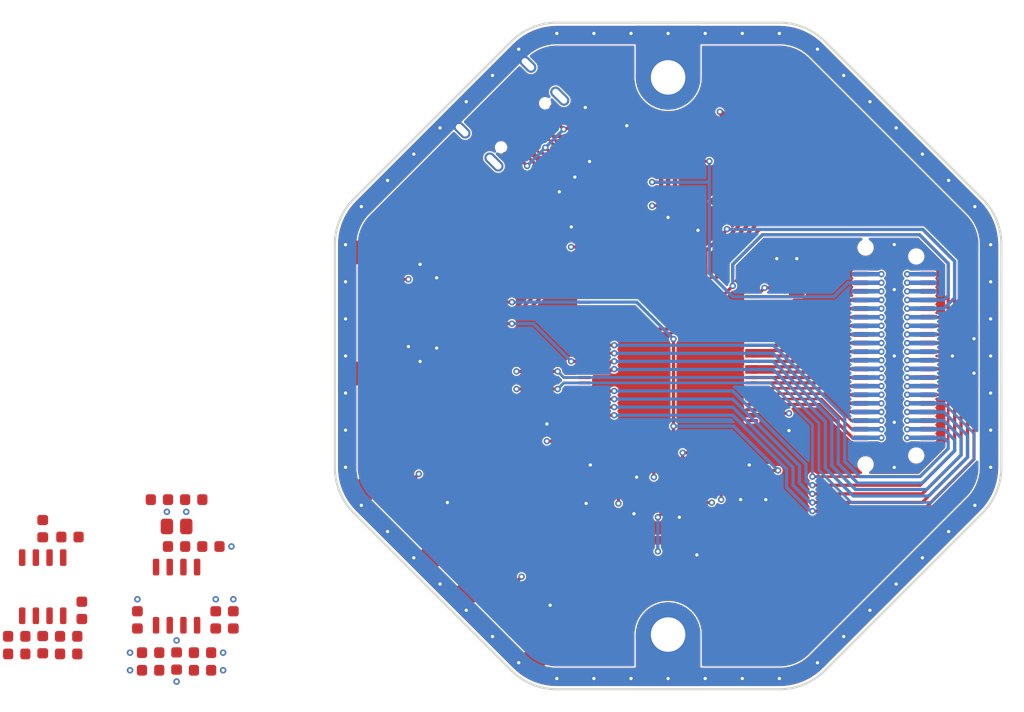
<source format=kicad_pcb>
(kicad_pcb (version 20241229) (generator "pcbnew") (generator_version "9.0")
  (layers (0 "F.Cu" signal) (4 "In1.Cu" signal) (6 "In2.Cu" signal) (2 "B.Cu" signal) (13 "F.Paste" user) (15 "B.Paste" user) (5 "F.SilkS" user "F.Silkscreen") (7 "B.SilkS" user "B.Silkscreen") (1 "F.Mask" user) (3 "B.Mask" user) (25 "Edge.Cuts" user))
  (net 0 "")
  (net 1 "GND")
  (net 2 "/~{MCU_RESET}")
  (net 3 "/OSC_IN")
  (net 4 "/OSC_OUT")
  (net 5 "+3.3V")
  (net 6 "/VCAP_2")
  (net 7 "/VCAP_1")
  (net 8 "/CAN_N")
  (net 9 "/CAN_P")
  (net 10 "Net-(C22-Pad1)")
  (net 11 "/RS-485+")
  (net 12 "/RS-485-")
  (net 13 "Net-(C26-Pad1)")
  (net 14 "/SWO")
  (net 15 "/SWCLK")
  (net 16 "/SWDIO")
  (net 17 "CHASSIS")
  (net 18 "/USB_CONN_D+")
  (net 19 "VUSB")
  (net 21 "/CC2")
  (net 22 "/CC1")
  (net 24 "/USB_CONN_D-")
  (net 25 "/BOOT0")
  (net 27 "/CAN1_RX")
  (net 28 "/CAN1_TX")
  (net 29 "/USART3_RX")
  (net 30 "/RS-485_DIR")
  (net 31 "/I2C1_SCL")
  (net 32 "/I2C1_SDA")
  (net 33 "/STATUS_LED")
  (net 34 "/USB_VBUS")
  (net 35 "/PE3")
  (net 36 "/PB4")
  (net 37 "/PC0")
  (net 38 "/USB_D+")
  (net 39 "/PE11")
  (net 40 "/USART3_TX")
  (net 41 "/PD15")
  (net 42 "/USB_D-")
  (net 43 "/PD3")
  (net 44 "/PE2")
  (net 45 "/PC1")
  (net 46 "/PD8")
  (net 47 "/PA15")
  (net 48 "/PD14")
  (net 49 "/PA2")
  (net 50 "/PB9")
  (net 51 "/PA10")
  (net 52 "/PD13")
  (net 53 "/PB8")
  (net 54 "/PD9")
  (net 55 "/BUZZER")
  (net 56 "/PE5")
  (net 57 "/PA4")
  (net 58 "/PE6")
  (net 59 "/PB15")
  (net 60 "/PB1")
  (net 61 "/PC14")
  (net 62 "/PA3")
  (net 63 "/PB13")
  (net 64 "/PD5")
  (net 65 "/PC4")
  (net 66 "/PE13")
  (net 67 "/PC13")
  (net 68 "/PC8")
  (net 69 "/PE10")
  (net 70 "/PC6")
  (net 71 "/PD4")
  (net 72 "/PC3")
  (net 73 "/PE4")
  (net 74 "/PC15")
  (net 75 "/PD11")
  (net 76 "/PB12")
  (net 77 "/PE9")
  (net 78 "/PB0")
  (net 79 "/PA0")
  (net 80 "/PC2")
  (net 81 "/PA1")
  (net 82 "/PD2")
  (net 83 "/PE15")
  (net 84 "/PB14")
  (net 85 "/PB11")
  (net 86 "/PB2")
  (net 87 "/PB10")
  (net 88 "/PE14")
  (net 89 "/PD10")
  (net 90 "/PE8")
  (net 91 "/PC7")
  (net 92 "/PC5")
  (net 93 "/PD6")
  (net 94 "/PE1")
  (net 95 "/PE0")
  (net 96 "/PD7")
  (net 97 "/PE12")
  (net 98 "/PE7")
  (net 99 "/PC9")
  (net 100 "/PB5")
  (net 101 "/SPI1_MISO")
  (net 102 "/SPI1_MOSI")
  (net 103 "/SPI1_SCK")
  (net 104 "Net-(U2-RXD)")
  (net 105 "Net-(U2-TXD)")
  (net 106 "Net-(U2-RS)")
  (net 107 "Net-(U2-LBK)")
  (net 108 "Net-(Q1-C)")
  (net 110 "VBAT")
  (net 111 "+5V")
  (net 113 "Net-(U5-BY)")
  (footprint "passive:C_0805_Density_Nominal" (layer "F.Cu") (at 102.865 120.83)
    (property "Reference" "C12" (hide yes))
    (property "Value" "10μF" (hide yes))
  )
  (footprint "passive:C_0603_Density_Nominal" (layer "F.Cu") (at 150.646401 115.12)
    (property "Reference" "C6" (hide yes))
    (property "Value" "100nF" (hide yes))
  )
  (footprint "connector:USB4105-GF-A-120" (layer "F.Cu") (at 135.387975 83.937912 -135)
    (property "Reference" "J4" (hide yes))
    (property "Value" "USB4105-GF-A-120" (hide yes))
  )
  (footprint "passive:C_0805_Density_Nominal" (layer "F.Cu") (at 160.448001 98.074999 90)
    (property "Reference" "C8" (hide yes))
    (property "Value" "2.2μF" (hide yes))
  )
  (footprint "passive:R_0603_Density_Nominal" (layer "F.Cu") (at 142.165591 83.283839 -45)
    (property "Reference" "R16" (hide yes))
    (property "Value" "82kΩ" (hide yes))
  )
  (footprint "connector:532614004" (layer "F.Cu") (at 133.580224 129.458645 135)
    (property "Reference" "J3" (hide yes))
    (property "Value" "532614006" (hide yes))
  )
  (footprint "discrete_semiconductor:MMBT2222ALT1G" (layer "F.Cu") (at 152.075839 91.186668 -45)
    (property "Reference" "Q1" (hide yes))
    (property "Value" "~" (hide yes))
  )
  (footprint "integrated_semiconductor:TXU0101DCKR" (layer "F.Cu") (at 148.5 89.955254 90)
    (property "Reference" "U5" (hide yes))
    (property "Value" "~" (hide yes))
  )
  (footprint "passive:R_0603_Density_Nominal" (layer "F.Cu") (at 92.8456 132.6648)
    (property "Reference" "R19" (hide yes))
    (property "Value" "60.4Ω" (hide yes))
  )
  (footprint "passive:C_0603_Density_Nominal" (layer "F.Cu") (at 138.380001 112.112499 90)
    (property "Reference" "C17" (hide yes))
    (property "Value" "100nF" (hide yes))
  )
  (footprint "diode:D1213A-01T-7" (layer "F.Cu") (at 125.47525 103.727544 -90)
    (property "Reference" "D4" (hide yes))
    (property "Value" "~" (hide yes))
  )
  (footprint "diode:D1213A-01T-7" (layer "F.Cu") (at 125.47525 98.277543 90)
    (property "Reference" "D1" (hide yes))
    (property "Value" "~" (hide yes))
  )
  (footprint "passive:R_0603_Density_Nominal" (layer "F.Cu") (at 104.4575 118.335)
    (property "Reference" "R3" (hide yes))
    (property "Value" "22.1Ω" (hide yes))
  )
  (footprint "passive:C_0805_Density_Nominal" (layer "F.Cu") (at 154.325001 116.98)
    (property "Reference" "C10" (hide yes))
    (property "Value" "1μF" (hide yes))
  )
  (footprint "passive:C_0603_Density_Nominal" (layer "F.Cu") (at 102.865 122.69)
    (property "Reference" "C15" (hide yes))
    (property "Value" "100nF" (hide yes))
  )
  (footprint "passive:C_0603_Density_Nominal" (layer "F.Cu") (at 143.190001 115.12 180)
    (property "Reference" "C18" (hide yes))
    (property "Value" "100nF" (hide yes))
  )
  (footprint "connector:532614004" (layer "F.Cu") (at 124.041353 119.919774 135)
    (property "Reference" "J6" (hide yes))
    (property "Value" "532614006" (hide yes))
  )
  (footprint "diode:D1213A-01T-7" (layer "F.Cu") (at 127.010249 99.527545 90)
    (property "Reference" "D2" (hide yes))
    (property "Value" "~" (hide yes))
  )
  (footprint "connector:QTE-020-03-L-D-A" (layer "F.Cu") (at 169.5 105 -90)
    (property "Reference" "J1" (hide yes))
    (property "Value" "QTE-020-03-L-D-A" (hide yes))
  )
  (footprint "passive:C_0603_Density_Nominal" (layer "F.Cu") (at 105.275 132.545)
    (property "Reference" "C21" (hide yes))
    (property "Value" "100nF" (hide yes))
  )
  (footprint "layout:Mounting_Hole_M3" (layer "F.Cu") (at 148.499998 130.864748)
    (property "Reference" "REF**" (hide yes))
    (property "Value" "Mounting_Hole_M3" (hide yes))
  )
  (footprint "passive:R_0603_Density_Nominal" (layer "F.Cu") (at 137.053209 88.410361 -45)
    (property "Reference" "R18" (hide yes))
    (property "Value" "5.1kΩ" (hide yes))
  )
  (footprint "passive:ABM11AIG-25.000MHZ-4Z-T3" (layer "F.Cu") (at 148.25 121.559998)
    (property "Reference" "Y1" (hide yes))
    (property "Value" "25MHz" (hide yes))
  )
  (footprint "passive:C_0603_Density_Nominal" (layer "F.Cu") (at 100.455 132.545 180)
    (property "Reference" "C20" (hide yes))
    (property "Value" "100nF" (hide yes))
  )
  (footprint "passive:C_0603_Density_Nominal" (layer "F.Cu") (at 102.865 133.32 90)
    (property "Reference" "C22" (hide yes))
    (property "Value" "4.7nF" (hide yes))
  )
  (footprint "passive:R_0603_Density_Nominal" (layer "F.Cu") (at 106.499999 129.5 -90)
    (property "Reference" "R5" (hide yes))
    (property "Value" "10kΩ" (hide yes))
  )
  (footprint "passive:CMT-8504-100-SMT-TR" (layer "F.Cu") (at 159.591677 83.655274 45)
    (property "Reference" "U6" (hide yes))
    (property "Value" "~" (hide yes))
  )
  (footprint "passive:C_0603_Density_Nominal" (layer "F.Cu") (at 158.588003 111.125 -90)
    (property "Reference" "C9" (hide yes))
    (property "Value" "100nF" (hide yes))
  )
  (footprint "passive:R_0603_Density_Nominal" (layer "F.Cu") (at 136.335004 106.4325)
    (property "Reference" "R12" (hide yes))
    (property "Value" "1.8kΩ" (hide yes))
  )
  (footprint "passive:C_0603_Density_Nominal" (layer "F.Cu") (at 158.588002 97.875 90)
    (property "Reference" "C13" (hide yes))
    (property "Value" "100nF" (hide yes))
  )
  (footprint "passive:R_0603_Density_Nominal" (layer "F.Cu") (at 101.2725 118.335 180)
    (property "Reference" "R2" (hide yes))
    (property "Value" "22.1Ω" (hide yes))
  )
  (footprint "passive:R_0603_Density_Nominal" (layer "F.Cu") (at 106.05 122.69 180)
    (property "Reference" "R4" (hide yes))
    (property "Value" "10kΩ" (hide yes))
  )
  (footprint "passive:R_0603_Density_Nominal" (layer "F.Cu") (at 141.009475 84.439959 135)
    (property "Reference" "R17" (hide yes))
    (property "Value" "33kΩ" (hide yes))
  )
  (footprint "passive:C_0805_Density_Nominal" (layer "F.Cu") (at 150.446401 118.614999 180)
    (property "Reference" "C14" (hide yes))
    (property "Value" "1μF" (hide yes))
  )
  (footprint "passive:R_0603_Density_Nominal" (layer "F.Cu") (at 100.455 134.18)
    (property "Reference" "R9" (hide yes))
    (property "Value" "60.4Ω" (hide yes))
  )
  (footprint "passive:R_0603_Density_Nominal" (layer "F.Cu") (at 136.335002 109.702499 180)
    (property "Reference" "R1" (hide yes))
    (property "Value" "10kΩ" (hide yes))
  )
  (footprint "layout:Mounting_Hole_M3" (layer "F.Cu") (at 148.499998 79.135254 180)
    (property "Reference" "REF**" (hide yes))
    (property "Value" "Mounting_Hole_M3" (hide yes))
  )
  (footprint "integrated_semiconductor:SN65HVD1782-Q1" (layer "F.Cu") (at 90.4356 126.4198 -90)
    (property "Reference" "U3" (hide yes))
    (property "Value" "SN65HVD1782-Q1" (hide yes))
  )
  (footprint "passive:R_0603_Density_Nominal" (layer "F.Cu") (at 99.230001 129.5 -90)
    (property "Reference" "R6" (hide yes))
    (property "Value" "0Ω" (hide yes))
  )
  (footprint "passive:C_0603_Density_Nominal" (layer "F.Cu") (at 157.570001 116.430001 -90)
    (property "Reference" "C1" (hide yes))
    (property "Value" "100nF" (hide yes))
  )
  (footprint "passive:C_1206_Density_Nominal" (layer "F.Cu") (at 142.390001 117.155 180)
    (property "Reference" "C19" (hide yes))
    (property "Value" "4.7μF" (hide yes))
  )
  (footprint "passive:C_0603_Density_Nominal" (layer "F.Cu") (at 90.4356 131.8048 90)
    (property "Reference" "C26" (hide yes))
    (property "Value" "4.7nF" (hide yes))
  )
  (footprint "passive:C_0603_Density_Nominal" (layer "F.Cu") (at 151.170002 121.559997 -90)
    (property "Reference" "C3" (hide yes))
    (property "Value" "10pF" (hide yes))
  )
  (footprint "integrated_semiconductor:WS2812B" (layer "F.Cu") (at 148.5 85.270254 180)
    (property "Reference" "U7" (hide yes))
    (property "Value" "~" (hide yes))
  )
  (footprint "diode:S07M-GS18" (layer "F.Cu") (at 154.670921 88.591586 -45)
    (property "Reference" "D5" (hide yes))
    (property "Value" "~" (hide yes))
  )
  (footprint "passive:C_0603_Density_Nominal" (layer "F.Cu") (at 154.125002 115.120001)
    (property "Reference" "C7" (hide yes))
    (property "Value" "100nF" (hide yes))
  )
  (footprint "integrated_semiconductor:SN65HVD233-Q1" (layer "F.Cu") (at 102.865 127.3 -90)
    (property "Reference" "U2" (hide yes))
    (property "Value" "SN65HVD233-Q1" (hide yes))
  )
  (footprint "connector:532614006" (layer "F.Cu") (at 120.65525 101.002545 90)
    (property "Reference" "J5" (hide yes))
    (property "Value" "532614006" (hide yes))
  )
  (footprint "passive:C_0805_Density_Nominal" (layer "F.Cu") (at 141.624202 93.019999 180)
    (property "Reference" "C5" (hide yes))
    (property "Value" "2.2μF" (hide yes))
  )
  (footprint "diode:USBLC6-2P6" (layer "F.Cu") (at 138.474496 87.024434 -135)
    (property "Reference" "U4" (hide yes))
    (property "Value" "USBLC6-2P6" (hide yes))
  )
  (footprint "passive:C_0603_Density_Nominal" (layer "F.Cu") (at 94.070599 128.6198 90)
    (property "Reference" "C23" (hide yes))
    (property "Value" "100nF" (hide yes))
  )
  (footprint "passive:C_0603_Density_Nominal" (layer "F.Cu") (at 92.8456 131.0298)
    (property "Reference" "C25" (hide yes))
    (property "Value" "100nF" (hide yes))
  )
  (footprint "passive:C_0603_Density_Nominal" (layer "F.Cu") (at 141.4242 94.880002)
    (property "Reference" "C16" (hide yes))
    (property "Value" "100nF" (hide yes))
  )
  (footprint "passive:C_0603_Density_Nominal" (layer "F.Cu") (at 146.375002 115.119998 180)
    (property "Reference" "C4" (hide yes))
    (property "Value" "100nF" (hide yes))
  )
  (footprint "passive:C_0603_Density_Nominal" (layer "F.Cu") (at 88.0256 131.0298 180)
    (property "Reference" "C24" (hide yes))
    (property "Value" "100nF" (hide yes))
  )
  (footprint "passive:R_0603_Density_Nominal" (layer "F.Cu") (at 105.275 134.18)
    (property "Reference" "R8" (hide yes))
    (property "Value" "60.4Ω" (hide yes))
  )
  (footprint "diode:D1213A-01T-7" (layer "F.Cu") (at 127.01025 102.477545 -90)
    (property "Reference" "D3" (hide yes))
    (property "Value" "~" (hide yes))
  )
  (footprint "passive:C_0603_Density_Nominal" (layer "F.Cu") (at 145.33 121.559996 90)
    (property "Reference" "C2" (hide yes))
    (property "Value" "10pF" (hide yes))
  )
  (footprint "passive:R_0603_Density_Nominal" (layer "F.Cu") (at 90.4356 121.0348 90)
    (property "Reference" "R11" (hide yes))
    (property "Value" "10kΩ" (hide yes))
  )
  (footprint "passive:R_0603_Density_Nominal" (layer "F.Cu") (at 108.134999 129.5 90)
    (property "Reference" "R7" (hide yes))
    (property "Value" "0Ω" (hide yes))
  )
  (footprint "passive:C_0603_Density_Nominal" (layer "F.Cu") (at 150.646401 116.755 180)
    (property "Reference" "C11" (hide yes))
    (property "Value" "100nF" (hide yes))
  )
  (footprint "passive:R_0603_Density_Nominal" (layer "F.Cu") (at 88.0256 132.6648)
    (property "Reference" "R20" (hide yes))
    (property "Value" "60.4Ω" (hide yes))
  )
  (footprint "integrated_semiconductor:STM32F405VGT7" (layer "F.Cu") (at 148.5 105)
    (property "Reference" "U1" (hide yes))
    (property "Value" "STM32F405VGT7" (hide yes))
  )
  (footprint "passive:R_0603_Density_Nominal" (layer "F.Cu") (at 136.335003 108.067501)
    (property "Reference" "R13" (hide yes))
    (property "Value" "1.8kΩ" (hide yes))
  )
  (footprint "passive:R_0603_Density_Nominal" (layer "F.Cu") (at 139.853354 85.59608 -45)
    (property "Reference" "R15" (hide yes))
    (property "Value" "5.1kΩ" (hide yes))
  )
  (footprint "passive:C_0603_Density_Nominal" (layer "F.Cu") (at 92.9656 121.8098 180)
    (property "Reference" "R10" (hide yes))
    (property "Value" "10kΩ" (hide yes))
  )
  (footprint "connector:QSE-020-01-L-D-A" (layer "B.Cu") (at 169.5 105 -90)
    (property "Reference" "J2" (hide yes))
    (property "Value" "QSE-020-01-L-D-A" (hide yes))
  )
  (gr_arc (start 119.31261 119.575091) (mid 118.01198 117.628552) (end 117.555253 115.332456) (stroke (width 0.2)) (layer "Edge.Cuts"))
  (gr_line (start 158.832459 74.055253) (end 138.167542 74.055253) (stroke (width 0.2)) (layer "Edge.Cuts"))
  (gr_arc (start 117.555253 94.667544) (mid 118.011963 92.371441) (end 119.312608 90.42491) (stroke (width 0.2)) (layer "Edge.Cuts"))
  (gr_arc (start 179.444746 115.33246) (mid 178.988036 117.628558) (end 177.687395 119.575085) (stroke (width 0.2)) (layer "Edge.Cuts"))
  (gr_line (start 177.68739 90.42491) (end 163.075084 75.812604) (stroke (width 0.2)) (layer "Edge.Cuts"))
  (gr_line (start 117.555253 94.667544) (end 117.555253 115.332456) (stroke (width 0.2)) (layer "Edge.Cuts"))
  (gr_arc (start 133.924908 75.81261) (mid 135.871445 74.51198) (end 138.167542 74.055253) (stroke (width 0.2)) (layer "Edge.Cuts"))
  (gr_arc (start 158.832459 74.055253) (mid 161.128557 74.511963) (end 163.075084 75.812604) (stroke (width 0.2)) (layer "Edge.Cuts"))
  (gr_line (start 163.075089 134.187391) (end 177.687395 119.575085) (stroke (width 0.2)) (layer "Edge.Cuts"))
  (gr_line (start 179.444746 115.33246) (end 179.444746 94.667547) (stroke (width 0.2)) (layer "Edge.Cuts"))
  (gr_line (start 133.924908 75.81261) (end 119.312608 90.42491) (stroke (width 0.2)) (layer "Edge.Cuts"))
  (gr_arc (start 163.075089 134.187391) (mid 161.128554 135.488019) (end 158.832459 135.944747) (stroke (width 0.2)) (layer "Edge.Cuts"))
  (gr_line (start 119.31261 119.575091) (end 133.924909 134.187391) (stroke (width 0.2)) (layer "Edge.Cuts"))
  (gr_line (start 138.167543 135.944747) (end 158.832459 135.944747) (stroke (width 0.2)) (layer "Edge.Cuts"))
  (gr_arc (start 177.68739 90.42491) (mid 178.988019 92.371449) (end 179.444746 94.667547) (stroke (width 0.2)) (layer "Edge.Cuts"))
  (gr_arc (start 138.167543 135.944747) (mid 135.871439 135.488037) (end 133.924909 134.187391) (stroke (width 0.2)) (layer "Edge.Cuts"))
  (segment (start 152.05816 92.54785) (end 151.273272 93.332738) (width 0.5) (layer "F.Cu") (net 1))
  (via (at 169.5 111.1575) (size 0.6) (drill 0.3) (layers "F.Cu" "B.Cu") (net 1))
  (via (at 98.545 132.545) (size 0.6) (drill 0.3) (layers "F.Cu" "B.Cu") (net 1))
  (via (at 151.170002 123.469998) (size 0.6) (drill 0.3) (layers "F.Cu" "B.Cu") (net 1))
  (via (at 176.9 106.6) (size 0.6) (drill 0.3) (layers "F.Cu" "B.Cu") (net 1))
  (via (at 128.008221 118.604557) (size 0.6) (drill 0.3) (layers "F.Cu" "B.Cu") (net 1))
  (via (at 145.330004 119.649998) (size 0.6) (drill 0.3) (layers "F.Cu" "B.Cu") (net 1))
  (via (at 140.890001 118.69) (size 0.6) (drill 0.3) (layers "F.Cu" "B.Cu") (net 1))
  (via (at 148.5 92.140254) (size 0.6) (drill 0.3) (layers "F.Cu" "B.Cu") (net 1))
  (via (at 107.185 132.545) (size 0.6) (drill 0.3) (layers "F.Cu" "B.Cu") (net 1))
  (via (at 145.575002 116.255) (size 0.6) (drill 0.3) (layers "F.Cu" "B.Cu") (net 1))
  (via (at 141.280001 115.12) (size 0.6) (drill 0.3) (layers "F.Cu" "B.Cu") (net 1))
  (via (at 103.765 119.47) (size 0.6) (drill 0.3) (layers "F.Cu" "B.Cu") (net 1))
  (via (at 158.588002 95.965) (size 0.6) (drill 0.3) (layers "F.Cu" "B.Cu") (net 1))
  (via (at 149.546402 119.974999) (size 0.6) (drill 0.3) (layers "F.Cu" "B.Cu") (net 1))
  (via (at 159.723002 111.925) (size 0.6) (drill 0.3) (layers "F.Cu" "B.Cu") (net 1))
  (via (at 156.035001 115.119999) (size 0.6) (drill 0.3) (layers "F.Cu" "B.Cu") (net 1))
  (via (at 169.5 94.653) (size 0.6) (drill 0.3) (layers "F.Cu" "B.Cu") (net 1))
  (via (at 140.815021 81.933263) (size 0.6) (drill 0.3) (layers "F.Cu" "B.Cu") (net 1))
  (via (at 99.230001 127.59) (size 0.6) (drill 0.3) (layers "F.Cu" "B.Cu") (net 1))
  (via (at 108.134999 127.59) (size 0.6) (drill 0.3) (layers "F.Cu" "B.Cu") (net 1))
  (via (at 139.842746 88.392684) (size 0.6) (drill 0.3) (layers "F.Cu" "B.Cu") (net 1))
  (via (at 169.5 115.347) (size 0.6) (drill 0.3) (layers "F.Cu" "B.Cu") (net 1))
  (via (at 125.475249 105.512544) (size 0.6) (drill 0.3) (layers "F.Cu" "B.Cu") (net 1))
  (via (at 137.245002 111.312499) (size 0.6) (drill 0.3) (layers "F.Cu" "B.Cu") (net 1))
  (via (at 137.547093 128.143427) (size 0.6) (drill 0.3) (layers "F.Cu" "B.Cu") (net 1))
  (via (at 141.203926 86.946652) (size 0.6) (drill 0.3) (layers "F.Cu" "B.Cu") (net 1))
  (via (at 169.5 105) (size 0.6) (drill 0.3) (layers "F.Cu" "B.Cu") (net 1))
  (via (at 151.273272 93.332738) (size 0.6) (drill 0.3) (layers "F.Cu" "B.Cu") (net 1))
  (via (at 144.665 83.620254) (size 0.6) (drill 0.3) (layers "F.Cu" "B.Cu") (net 1))
  (via (at 127.01025 97.742545) (size 0.6) (drill 0.3) (layers "F.Cu" "B.Cu") (net 1))
  (via (at 157.570001 118.340001) (size 0.6) (drill 0.3) (layers "F.Cu" "B.Cu") (net 1))
  (via (at 176.9 103.4) (size 0.6) (drill 0.3) (layers "F.Cu" "B.Cu") (net 1))
  (via (at 160.448001 95.964999) (size 0.6) (drill 0.3) (layers "F.Cu" "B.Cu") (net 1))
  (via (at 139.514202 93.02) (size 0.6) (drill 0.3) (layers "F.Cu" "B.Cu") (net 1))
  (via (at 155.231001 118.334999) (size 0.6) (drill 0.3) (layers "F.Cu" "B.Cu") (net 1))
  (via (at 102.865 131.41) (size 0.6) (drill 0.3) (layers "F.Cu" "B.Cu") (net 1))
  (via (at 169.5 98.8375) (size 0.6) (drill 0.3) (layers "F.Cu" "B.Cu") (net 1))
  (via (at 174.9 105) (size 0.6) (drill 0.3) (layers "F.Cu" "B.Cu") (net 1))
  (via (at 124.390251 104.127544) (size 0.6) (drill 0.3) (layers "F.Cu" "B.Cu") (net 1))
  (via (at 127.01025 104.262544) (size 0.6) (drill 0.3) (layers "F.Cu" "B.Cu") (net 1))
  (via (at 138.403784 89.760937) (size 0.6) (drill 0.3) (layers "F.Cu" "B.Cu") (net 1))
  (via (at 125.475249 96.492544) (size 0.6) (drill 0.3) (layers "F.Cu" "B.Cu") (net 1))
  (segment (start 149.000001 112.750001) (end 149.000001 111.515) (width 0.3) (layer "F.Cu") (net 2))
  (segment (start 133.999999 100) (end 128.249999 100) (width 0.3) (layer "F.Cu") (net 2))
  (segment (start 125.847707 99.5) (end 125.475251 99.127544) (width 0.3) (layer "F.Cu") (net 2))
  (segment (start 149 103.425) (end 149 105.5) (width 0.3) (layer "F.Cu") (net 2))
  (segment (start 122.955251 99.127544) (end 125.47525 99.127544) (width 0.3) (layer "F.Cu") (net 2))
  (segment (start 149.000001 105.500001) (end 149.000001 111.515) (width 0.3) (layer "F.Cu") (net 2))
  (segment (start 128.249999 100) (end 127.75 99.5) (width 0.3) (layer "F.Cu") (net 2))
  (segment (start 149 105.5) (end 149.000001 105.500001) (width 0.3) (layer "F.Cu") (net 2))
  (segment (start 127.75 99.5) (end 125.847707 99.5) (width 0.3) (layer "F.Cu") (net 2))
  (segment (start 158.705002 115.630001) (end 157.570001 115.630001) (width 0.3) (layer "F.Cu") (net 2))
  (via (at 158.705002 115.630001) (size 0.6) (drill 0.3) (layers "F.Cu" "B.Cu") (net 2))
  (via (at 149.000001 111.515) (size 0.6) (drill 0.3) (layers "F.Cu" "B.Cu") (net 2))
  (via (at 149 103.425) (size 0.6) (drill 0.3) (layers "F.Cu" "B.Cu") (net 2))
  (via (at 133.999999 100) (size 0.6) (drill 0.3) (layers "F.Cu" "B.Cu") (net 2))
  (segment (start 145.575 100) (end 133.999999 100) (width 0.3) (layer "B.Cu") (net 2))
  (segment (start 154.590001 111.515) (end 158.705002 115.630001) (width 0.3) (layer "B.Cu") (net 2))
  (segment (start 149 103.425) (end 145.575 100) (width 0.3) (layer "B.Cu") (net 2))
  (segment (start 149.000001 111.515) (end 154.590001 111.515) (width 0.3) (layer "B.Cu") (net 2))
  (segment (start 147.55 122.109999) (end 145.579999 122.109998) (width 0.3) (layer "F.Cu") (net 3))
  (segment (start 145.579999 122.109998) (end 145.33 122.359998) (width 0.3) (layer "F.Cu") (net 3))
  (segment (start 148.000002 119.524999) (end 147.550001 119.974997) (width 0.3) (layer "F.Cu") (net 3))
  (segment (start 147.550002 123.144996) (end 147.55 122.109999) (width 0.3) (layer "F.Cu") (net 3))
  (segment (start 148.000002 119.524999) (end 148.000002 112.750001) (width 0.3) (layer "F.Cu") (net 3))
  (via (at 147.550002 123.144996) (size 0.6) (drill 0.3) (layers "F.Cu" "B.Cu") (net 3))
  (via (at 147.550001 119.974997) (size 0.6) (drill 0.3) (layers "F.Cu" "B.Cu") (net 3))
  (segment (start 147.550001 119.974997) (end 147.550002 123.144996) (width 0.3) (layer "B.Cu") (net 3))
  (segment (start 148.500001 120.559997) (end 148.500001 112.75) (width 0.3) (layer "F.Cu") (net 4))
  (segment (start 148.500001 120.559997) (end 148.950002 121.009998) (width 0.3) (layer "F.Cu") (net 4))
  (segment (start 150.920002 121.009997) (end 151.170001 120.759998) (width 0.3) (layer "F.Cu") (net 4))
  (segment (start 148.950002 121.009998) (end 150.920002 121.009997) (width 0.3) (layer "F.Cu") (net 4))
  (segment (start 152.500001 115.7014) (end 151.446402 116.754999) (width 0.3) (layer "F.Cu") (net 5))
  (segment (start 152.5564 118.615) (end 151.346401 118.615) (width 0.3) (layer "F.Cu") (net 5))
  (segment (start 170.700001 99) (end 172.585 98.999999) (width 0.4) (layer "F.Cu") (net 5))
  (segment (start 142.5 97.249999) (end 142.5 96.587) (width 0.3) (layer "F.Cu") (net 5))
  (segment (start 149.846401 113.984998) (end 151.024 113.985) (width 0.3) (layer "F.Cu") (net 5))
  (segment (start 143.990003 115.119998) (end 143.990003 117.055) (width 0.3) (layer "F.Cu") (net 5))
  (segment (start 142.5 96.587) (end 141.896 95.983) (width 0.3) (layer "F.Cu") (net 5))
  (segment (start 141.261 95.983) (end 140.624201 95.3462) (width 0.3) (layer "F.Cu") (net 5))
  (segment (start 158.588002 98.675001) (end 157.453 98.674999) (width 0.3) (layer "F.Cu") (net 5))
  (segment (start 140.624201 95.3462) (end 140.6242 94.880002) (width 0.3) (layer "F.Cu") (net 5))
  (segment (start 145.000001 112.750001) (end 145.000001 113.453001) (width 0.3) (layer "F.Cu") (net 5))
  (segment (start 135.535002 106.432499) (end 134.425001 106.4325) (width 0.3) (layer "F.Cu") (net 5))
  (segment (start 140.087002 111) (end 139.483002 111.604) (width 0.3) (layer "F.Cu") (net 5))
  (segment (start 147.500003 114.795) (end 147.175002 115.120001) (width 0.3) (layer "F.Cu") (net 5))
  (segment (start 135.535001 108.0675) (end 134.425002 108.067501) (width 0.3) (layer "F.Cu") (net 5))
  (segment (start 156.25 99) (end 157.128001 99) (width 0.3) (layer "F.Cu") (net 5))
  (segment (start 154.641929 86.569968) (end 154.641929 83.655274) (width 0.5) (layer "F.Cu") (net 5))
  (segment (start 151.500001 113.509001) (end 151.500002 112.75) (width 0.3) (layer "F.Cu") (net 5))
  (segment (start 151.024 113.985) (end 151.500001 113.509001) (width 0.3) (layer "F.Cu") (net 5))
  (segment (start 153.325002 116.880001) (end 153.425001 116.979999) (width 0.3) (layer "F.Cu") (net 5))
  (segment (start 153.325001 115.120001) (end 153.325002 116.880001) (width 0.3) (layer "F.Cu") (net 5))
  (segment (start 140.75 111) (end 140.087002 111) (width 0.3) (layer "F.Cu") (net 5))
  (segment (start 168.300001 99) (end 166.414999 99) (width 0.4) (layer "F.Cu") (net 5))
  (segment (start 138.380001 112.912499) (end 137.245002 112.912499) (width 0.3) (layer "F.Cu") (net 5))
  (segment (start 154.217665 83.655274) (end 154.641929 83.655274) (width 0.6) (layer "F.Cu") (net 5))
  (segment (start 153.425001 118.34) (end 153.425001 116.979999) (width 0.3) (layer "F.Cu") (net 5))
  (segment (start 134.895442 125.491774) (end 133.880744 126.506475) (width 0.3) (layer "F.Cu") (net 5))
  (segment (start 143.990002 114.463) (end 143.990003 115.119998) (width 0.3) (layer "F.Cu") (net 5))
  (segment (start 156.250001 110) (end 158.263001 109.999999) (width 0.3) (layer "F.Cu") (net 5))
  (segment (start 153.000002 114.794999) (end 153.325001 115.120001) (width 0.3) (layer "F.Cu") (net 5))
  (segment (start 153.645616 87.566282) (end 154.641929 86.569968) (width 0.5) (layer "F.Cu") (net 5))
  (segment (start 139.488201 94.88) (end 140.624201 94.880001) (width 0.3) (layer "F.Cu") (net 5))
  (segment (start 152.999999 112.75) (end 153.000002 114.794999) (width 0.3) (layer "F.Cu") (net 5))
  (segment (start 139.483001 112.366) (end 138.936502 112.912499) (width 0.3) (layer "F.Cu") (net 5))
  (segment (start 147.175002 115.120001) (end 147.175 116.255001) (width 0.3) (layer "F.Cu") (net 5))
  (segment (start 145.000001 113.453001) (end 143.990002 114.463) (width 0.3) (layer "F.Cu") (net 5))
  (segment (start 158.263001 109.999999) (end 158.588002 110.325001) (width 0.3) (layer "F.Cu") (net 5))
  (segment (start 153.309033 82.322378) (end 154.641929 83.655274) (width 0.6) (layer "F.Cu") (net 5))
  (segment (start 139.483002 111.604) (end 139.483001 112.366) (width 0.3) (layer "F.Cu") (net 5))
  (segment (start 141.896 95.983) (end 141.261 95.983) (width 0.3) (layer "F.Cu") (net 5))
  (segment (start 143.990003 117.055) (end 143.890002 117.154999) (width 0.3) (layer "F.Cu") (net 5))
  (segment (start 147.85 91.055254) (end 147.015 91.055254) (width 0.3) (layer "F.Cu") (net 5))
  (segment (start 147.500002 112.75) (end 147.500003 114.795) (width 0.3) (layer "F.Cu") (net 5))
  (segment (start 151.446402 116.754999) (end 151.446401 118.515) (width 0.3) (layer "F.Cu") (net 5))
  (segment (start 124.390251 97.877545) (end 122.955252 97.877545) (width 0.3) (layer "F.Cu") (net 5))
  (segment (start 151.446401 118.515) (end 151.346401 118.615) (width 0.3) (layer "F.Cu") (net 5))
  (segment (start 157.128001 99) (end 157.453 98.674999) (width 0.3) (layer "F.Cu") (net 5))
  (segment (start 152.500002 112.749999) (end 152.500001 115.7014) (width 0.3) (layer "F.Cu") (net 5))
  (segment (start 159.723 110.324999) (end 158.588002 110.325001) (width 0.3) (layer "F.Cu") (net 5))
  (segment (start 138.936502 112.912499) (end 138.380003 112.912499) (width 0.3) (layer "F.Cu") (net 5))
  (segment (start 149.846401 113.984998) (end 149.8464 115.12) (width 0.3) (layer "F.Cu") (net 5))
  (segment (start 125.35657 115.952905) (end 124.341872 116.967603) (width 0.3) (layer "F.Cu") (net 5))
  (segment (start 143.890002 117.154999) (end 143.890001 118.69) (width 0.3) (layer "F.Cu") (net 5))
  (via (at 143.890001 118.69) (size 0.6) (drill 0.3) (layers "F.Cu" "B.Cu") (net 5))
  (via (at 101.965 119.47) (size 0.6) (drill 0.3) (layers "F.Cu" "B.Cu") (net 5))
  (via (at 137.245002 112.912499) (size 0.6) (drill 0.3) (layers "F.Cu" "B.Cu") (net 5))
  (via (at 124.390251 97.877545) (size 0.6) (drill 0.3) (layers "F.Cu" "B.Cu") (net 5))
  (via (at 152.5564 118.615) (size 0.6) (drill 0.3) (layers "F.Cu" "B.Cu") (net 5))
  (via (at 153.425001 118.34) (size 0.6) (drill 0.3) (layers "F.Cu" "B.Cu") (net 5))
  (via (at 107.96 122.69) (size 0.6) (drill 0.3) (layers "F.Cu" "B.Cu") (net 5))
  (via (at 134.425002 108.067501) (size 0.6) (drill 0.3) (layers "F.Cu" "B.Cu") (net 5))
  (via (at 153.309033 82.322378) (size 0.6) (drill 0.3) (layers "F.Cu" "B.Cu") (net 5))
  (via (at 159.723 110.324999) (size 0.6) (drill 0.3) (layers "F.Cu" "B.Cu") (net 5))
  (via (at 147.175 116.255001) (size 0.6) (drill 0.3) (layers "F.Cu" "B.Cu") (net 5))
  (via (at 157.453 98.674999) (size 0.6) (drill 0.3) (layers "F.Cu" "B.Cu") (net 5))
  (via (at 139.488201 94.88) (size 0.6) (drill 0.3) (layers "F.Cu" "B.Cu") (net 5))
  (via (at 134.895442 125.491774) (size 0.6) (drill 0.3) (layers "F.Cu" "B.Cu") (net 5))
  (via (at 147.015 91.055254) (size 0.6) (drill 0.3) (layers "F.Cu" "B.Cu") (net 5))
  (via (at 168.300001 99) (size 0.6) (drill 0.3) (layers "F.Cu" "B.Cu") (net 5))
  (via (at 106.499999 127.59) (size 0.6) (drill 0.3) (layers "F.Cu" "B.Cu") (net 5))
  (via (at 134.425001 106.4325) (size 0.6) (drill 0.3) (layers "F.Cu" "B.Cu") (net 5))
  (via (at 125.35657 115.952905) (size 0.6) (drill 0.3) (layers "F.Cu" "B.Cu") (net 5))
  (via (at 149.846401 113.984998) (size 0.6) (drill 0.3) (layers "F.Cu" "B.Cu") (net 5))
  (via (at 170.700001 99) (size 0.6) (drill 0.3) (layers "F.Cu" "B.Cu") (net 5))
  (segment (start 168.300001 99) (end 166.634999 99) (width 0.4) (layer "B.Cu") (net 5))
  (segment (start 172.365001 99) (end 170.700001 99) (width 0.4) (layer "B.Cu") (net 5))
  (segment (start 143.500001 97.25) (end 143.500001 93.9958) (width 0.3) (layer "F.Cu") (net 6))
  (segment (start 143.500001 93.9958) (end 142.524201 93.02) (width 0.3) (layer "F.Cu") (net 6))
  (segment (start 156.250002 99.5) (end 159.923001 99.5) (width 0.3) (layer "F.Cu") (net 7))
  (segment (start 159.923001 99.5) (end 160.448001 98.974998) (width 0.3) (layer "F.Cu") (net 7))
  (via (at 102.865 135.23) (size 0.6) (drill 0.3) (layers "F.Cu" "B.Cu") (net 10))
  (via (at 98.545 134.18) (size 0.6) (drill 0.3) (layers "F.Cu" "B.Cu") (net 10))
  (via (at 107.185 134.18) (size 0.6) (drill 0.3) (layers "F.Cu" "B.Cu") (net 10))
  (segment (start 127.75 102.5) (end 125.852791 102.5) (width 0.3) (layer "F.Cu") (net 14))
  (segment (start 128.25 102) (end 127.75 102.5) (width 0.3) (layer "F.Cu") (net 14))
  (segment (start 134 102) (end 128.25 102) (width 0.3) (layer "F.Cu") (net 14))
  (segment (start 139.5 105.5) (end 140.75 105.499999) (width 0.3) (layer "F.Cu") (net 14))
  (segment (start 125.852791 102.5) (end 125.475249 102.877543) (width 0.3) (layer "F.Cu") (net 14))
  (segment (start 122.955249 102.877544) (end 125.475252 102.877545) (width 0.3) (layer "F.Cu") (net 14))
  (via (at 134 102) (size 0.6) (drill 0.3) (layers "F.Cu" "B.Cu") (net 14))
  (via (at 139.5 105.5) (size 0.6) (drill 0.3) (layers "F.Cu" "B.Cu") (net 14))
  (segment (start 136 102) (end 139.5 105.5) (width 0.3) (layer "B.Cu") (net 14))
  (segment (start 134 102) (end 136 102) (width 0.3) (layer "B.Cu") (net 14))
  (segment (start 135 101.25) (end 137.249999 99.000001) (width 0.3) (layer "F.Cu") (net 15))
  (segment (start 127.872456 101.627544) (end 128.25 101.25) (width 0.3) (layer "F.Cu") (net 15))
  (segment (start 137.249999 99.000001) (end 140.749998 99.000001) (width 0.3) (layer "F.Cu") (net 15))
  (segment (start 128.25 101.25) (end 135 101.25) (width 0.3) (layer "F.Cu") (net 15))
  (segment (start 127.01025 101.627544) (end 127.872456 101.627544) (width 0.3) (layer "F.Cu") (net 15))
  (segment (start 122.955248 101.627544) (end 127.01025 101.627545) (width 0.3) (layer "F.Cu") (net 15))
  (segment (start 144 98) (end 143.5 98.5) (width 0.3) (layer "F.Cu") (net 16))
  (segment (start 134.75 100.75) (end 128.25 100.75) (width 0.3) (layer "F.Cu") (net 16))
  (segment (start 122.95525 100.377545) (end 127.01025 100.377545) (width 0.3) (layer "F.Cu") (net 16))
  (segment (start 127.877546 100.377546) (end 127.01025 100.377546) (width 0.3) (layer "F.Cu") (net 16))
  (segment (start 143.5 98.5) (end 137 98.5) (width 0.3) (layer "F.Cu") (net 16))
  (segment (start 144 97.25) (end 144 98) (width 0.3) (layer "F.Cu") (net 16))
  (segment (start 137 98.5) (end 134.75 100.75) (width 0.3) (layer "F.Cu") (net 16))
  (segment (start 128.25 100.75) (end 127.877546 100.377546) (width 0.3) (layer "F.Cu") (net 16))
  (via (at 178.444746 94.667546) (size 0.6) (drill 0.3) (layers "F.Cu" "B.Cu") (net 17))
  (via (at 178.444746 98.1117) (size 0.6) (drill 0.3) (layers "F.Cu" "B.Cu") (net 17))
  (via (at 167.23875 128.609515) (size 0.6) (drill 0.3) (layers "F.Cu" "B.Cu") (net 17))
  (via (at 141.611694 75.055253) (size 0.6) (drill 0.3) (layers "F.Cu" "B.Cu") (net 17))
  (via (at 162.367977 76.519711) (size 0.6) (drill 0.3) (layers "F.Cu" "B.Cu") (net 17))
  (via (at 169.674135 126.174132) (size 0.6) (drill 0.3) (layers "F.Cu" "B.Cu") (net 17))
  (via (at 124.890483 123.73875) (size 0.6) (drill 0.3) (layers "F.Cu" "B.Cu") (net 17))
  (via (at 138.167543 134.944747) (size 0.6) (drill 0.3) (layers "F.Cu" "B.Cu") (net 17))
  (via (at 132.19663 78.9551) (size 0.6) (drill 0.3) (layers "F.Cu" "B.Cu") (net 17))
  (via (at 164.803366 131.044899) (size 0.6) (drill 0.3) (layers "F.Cu" "B.Cu") (net 17))
  (via (at 145.055848 134.944747) (size 0.6) (drill 0.3) (layers "F.Cu" "B.Cu") (net 17))
  (via (at 138.167543 75.055253) (size 0.6) (drill 0.3) (layers "F.Cu" "B.Cu") (net 17))
  (via (at 178.444746 108.444155) (size 0.6) (drill 0.3) (layers "F.Cu" "B.Cu") (net 17))
  (via (at 127.325866 83.825867) (size 0.6) (drill 0.3) (layers "F.Cu" "B.Cu") (net 17))
  (via (at 141.611696 134.944748) (size 0.6) (drill 0.3) (layers "F.Cu" "B.Cu") (net 17))
  (via (at 162.367982 133.480284) (size 0.6) (drill 0.3) (layers "F.Cu" "B.Cu") (net 17))
  (via (at 129.761249 81.390482) (size 0.6) (drill 0.3) (layers "F.Cu" "B.Cu") (net 17))
  (via (at 176.980288 118.867978) (size 0.6) (drill 0.3) (layers "F.Cu" "B.Cu") (net 17))
  (via (at 148.5 75.055253) (size 0.6) (drill 0.3) (layers "F.Cu" "B.Cu") (net 17))
  (via (at 178.444746 105.000004) (size 0.6) (drill 0.3) (layers "F.Cu" "B.Cu") (net 17))
  (via (at 118.555252 115.332456) (size 0.6) (drill 0.3) (layers "F.Cu" "B.Cu") (net 17))
  (via (at 122.455097 88.696633) (size 0.6) (drill 0.3) (layers "F.Cu" "B.Cu") (net 17))
  (via (at 129.76125 128.609517) (size 0.6) (drill 0.3) (layers "F.Cu" "B.Cu") (net 17))
  (via (at 120.019716 91.132017) (size 0.6) (drill 0.3) (layers "F.Cu" "B.Cu") (net 17))
  (via (at 158.832459 75.055253) (size 0.6) (drill 0.3) (layers "F.Cu" "B.Cu") (net 17))
  (via (at 155.388307 134.944748) (size 0.6) (drill 0.3) (layers "F.Cu" "B.Cu") (net 17))
  (via (at 118.555253 105) (size 0.6) (drill 0.3) (layers "F.Cu" "B.Cu") (net 17))
  (via (at 134.632016 76.519717) (size 0.6) (drill 0.3) (layers "F.Cu" "B.Cu") (net 17))
  (via (at 178.444746 101.555851) (size 0.6) (drill 0.3) (layers "F.Cu" "B.Cu") (net 17))
  (via (at 134.632016 133.480283) (size 0.6) (drill 0.3) (layers "F.Cu" "B.Cu") (net 17))
  (via (at 122.4551 121.303367) (size 0.6) (drill 0.3) (layers "F.Cu" "B.Cu") (net 17))
  (via (at 169.674131 83.825864) (size 0.6) (drill 0.3) (layers "F.Cu" "B.Cu") (net 17))
  (via (at 151.944153 134.944748) (size 0.6) (drill 0.3) (layers "F.Cu" "B.Cu") (net 17))
  (via (at 145.055847 75.055253) (size 0.6) (drill 0.3) (layers "F.Cu" "B.Cu") (net 17))
  (via (at 118.555252 108.444152) (size 0.6) (drill 0.3) (layers "F.Cu" "B.Cu") (net 17))
  (via (at 178.444746 111.888308) (size 0.6) (drill 0.3) (layers "F.Cu" "B.Cu") (net 17))
  (via (at 158.83246 134.944748) (size 0.6) (drill 0.3) (layers "F.Cu" "B.Cu") (net 17))
  (via (at 124.890481 86.26125) (size 0.6) (drill 0.3) (layers "F.Cu" "B.Cu") (net 17))
  (via (at 148.500001 134.944747) (size 0.6) (drill 0.3) (layers "F.Cu" "B.Cu") (net 17))
  (via (at 164.803361 78.955095) (size 0.6) (drill 0.3) (layers "F.Cu" "B.Cu") (net 17))
  (via (at 172.109514 86.261247) (size 0.6) (drill 0.3) (layers "F.Cu" "B.Cu") (net 17))
  (via (at 120.019717 118.867984) (size 0.6) (drill 0.3) (layers "F.Cu" "B.Cu") (net 17))
  (via (at 151.944153 75.055253) (size 0.6) (drill 0.3) (layers "F.Cu" "B.Cu") (net 17))
  (via (at 174.544898 88.696632) (size 0.6) (drill 0.3) (layers "F.Cu" "B.Cu") (net 17))
  (via (at 167.238745 81.390479) (size 0.6) (drill 0.3) (layers "F.Cu" "B.Cu") (net 17))
  (via (at 178.444746 115.332461) (size 0.6) (drill 0.3) (layers "F.Cu" "B.Cu") (net 17))
  (via (at 127.325867 126.174134) (size 0.6) (drill 0.3) (layers "F.Cu" "B.Cu") (net 17))
  (via (at 172.109519 123.738746) (size 0.6) (drill 0.3) (layers "F.Cu" "B.Cu") (net 17))
  (via (at 155.388307 75.055253) (size 0.6) (drill 0.3) (layers "F.Cu" "B.Cu") (net 17))
  (via (at 118.555252 94.667544) (size 0.6) (drill 0.3) (layers "F.Cu" "B.Cu") (net 17))
  (via (at 118.555252 111.888304) (size 0.6) (drill 0.3) (layers "F.Cu" "B.Cu") (net 17))
  (via (at 174.544903 121.303362) (size 0.6) (drill 0.3) (layers "F.Cu" "B.Cu") (net 17))
  (via (at 118.555252 101.555848) (size 0.6) (drill 0.3) (layers "F.Cu" "B.Cu") (net 17))
  (via (at 176.980283 91.132017) (size 0.6) (drill 0.3) (layers "F.Cu" "B.Cu") (net 17))
  (via (at 118.555252 98.111696) (size 0.6) (drill 0.3) (layers "F.Cu" "B.Cu") (net 17))
  (via (at 132.196632 131.044899) (size 0.6) (drill 0.3) (layers "F.Cu" "B.Cu") (net 17))
  (segment (start 137.551721 86.808767) (end 136.942836 86.199882) (width 0.23) (layer "F.Cu") (net 18))
  (segment (start 136.942836 86.199882) (end 136.589284 86.199881) (width 0.23) (layer "F.Cu") (net 18))
  (segment (start 135.971338 84.167725) (end 135.600834 83.797221) (width 0.23) (layer "F.Cu") (net 18))
  (segment (start 134.89373 84.091335) (end 134.89373 84.504329) (width 0.23) (layer "F.Cu") (net 18))
  (segment (start 134.89373 84.504329) (end 135.26423 84.874829) (width 0.23) (layer "F.Cu") (net 18))
  (segment (start 135.187844 83.797221) (end 134.89373 84.091335) (width 0.23) (layer "F.Cu") (net 18))
  (segment (start 135.600834 83.797221) (end 135.187844 83.797221) (width 0.23) (layer "F.Cu") (net 18))
  (segment (start 136.589284 86.199881) (end 135.26423 84.874829) (width 0.23) (layer "F.Cu") (net 18))
  (segment (start 138.803299 83.959126) (end 138.888154 83.874273) (width 0.3) (layer "F.Cu") (net 19))
  (segment (start 138.888154 83.874273) (end 140.443788 83.874269) (width 0.3) (layer "F.Cu") (net 19))
  (segment (start 134.097507 86.041556) (end 135.409185 87.353234) (width 0.3) (layer "F.Cu") (net 19))
  (segment (start 137.905275 86.455211) (end 137.106242 85.656183) (width 0.3) (layer "F.Cu") (net 19))
  (segment (start 135.409185 87.353237) (end 135.331404 87.431018) (width 0.3) (layer "F.Cu") (net 19))
  (segment (start 135.409185 87.353234) (end 135.409185 87.353237) (width 0.3) (layer "F.Cu") (net 19))
  (segment (start 138.803299 83.959126) (end 137.491619 82.647445) (width 0.3) (layer "F.Cu") (net 19))
  (via (at 135.409185 87.353237) (size 0.6) (drill 0.3) (layers "F.Cu" "B.Cu") (net 19))
  (via (at 137.106242 85.656183) (size 0.6) (drill 0.3) (layers "F.Cu" "B.Cu") (net 19))
  (via (at 138.803299 83.959126) (size 0.6) (drill 0.3) (layers "F.Cu" "B.Cu") (net 19))
  (segment (start 138.803299 83.959126) (end 137.106242 85.656183) (width 0.3) (layer "B.Cu") (net 19))
  (segment (start 137.106242 85.656183) (end 135.409185 87.353237) (width 0.3) (layer "B.Cu") (net 19))
  (segment (start 135.013209 86.038019) (end 136.487525 87.512336) (width 0.3) (layer "F.Cu") (net 21))
  (segment (start 136.487525 87.512336) (end 136.487524 87.844675) (width 0.3) (layer "F.Cu") (net 21))
  (segment (start 135.013209 86.038019) (end 135.013205 86.038019) (width 0.3) (layer "F.Cu") (net 21))
  (segment (start 135.013205 86.038019) (end 134.557124 85.581938) (width 0.3) (layer "F.Cu") (net 21))
  (segment (start 138.872095 84.614818) (end 139.28767 85.030393) (width 0.3) (layer "F.Cu") (net 22))
  (segment (start 137.832649 84.614818) (end 138.872095 84.614818) (width 0.3) (layer "F.Cu") (net 22))
  (segment (start 136.678446 83.460615) (end 137.832649 84.614818) (width 0.3) (layer "F.Cu") (net 22))
  (segment (start 136.930703 84.419979) (end 136.324892 83.814168) (width 0.23) (layer "F.Cu") (net 24))
  (segment (start 138.258827 86.101659) (end 137.780083 85.622915) (width 0.23) (layer "F.Cu") (net 24))
  (segment (start 137.780083 85.622915) (end 137.780083 85.269358) (width 0.23) (layer "F.Cu") (net 24))
  (segment (start 135.98829 84.891781) (end 136.40128 84.891781) (width 0.23) (layer "F.Cu") (net 24))
  (segment (start 135.617786 84.521277) (end 135.98829 84.891781) (width 0.23) (layer "F.Cu") (net 24))
  (segment (start 136.40128 84.891781) (end 136.873083 84.419979) (width 0.23) (layer "F.Cu") (net 24))
  (segment (start 136.873083 84.419979) (end 136.930703 84.419979) (width 0.23) (layer "F.Cu") (net 24))
  (segment (start 137.780083 85.269358) (end 136.930703 84.419979) (width 0.23) (layer "F.Cu") (net 24))
  (segment (start 137.135003 109.702498) (end 137.701503 109.702498) (width 0.3) (layer "F.Cu") (net 25))
  (segment (start 137.701503 109.702498) (end 139.404002 108) (width 0.3) (layer "F.Cu") (net 25))
  (segment (start 139.404002 108) (end 140.75 108) (width 0.3) (layer "F.Cu") (net 25))
  (segment (start 140.75 107) (end 138.812501 107) (width 0.245) (layer "F.Cu") (net 31))
  (segment (start 138.812501 107) (end 138.245001 106.4325) (width 0.245) (layer "F.Cu") (net 31))
  (segment (start 138.245001 106.4325) (end 137.135002 106.4325) (width 0.3) (layer "F.Cu") (net 31))
  (segment (start 170.700002 109.400001) (end 172.585 109.400001) (width 0.4) (layer "F.Cu") (net 31))
  (via (at 170.700002 109.400001) (size 0.6) (drill 0.3) (layers "F.Cu" "B.Cu") (net 31))
  (via (at 138.245001 106.4325) (size 0.6) (drill 0.3) (layers "F.Cu" "B.Cu") (net 31))
  (segment (start 170.700002 109.400001) (end 172.365 109.4) (width 0.4) (layer "B.Cu") (net 31))
  (segment (start 176.9 112.2) (end 176.9 114.6) (width 0.245) (layer "B.Cu") (net 31))
  (segment (start 158.25 107) (end 138.812501 107) (width 0.245) (layer "B.Cu") (net 31))
  (segment (start 162.500001 115.6) (end 162.5 111.25) (width 0.245) (layer "B.Cu") (net 31))
  (segment (start 138.812501 107) (end 138.245001 106.4325) (width 0.245) (layer "B.Cu") (net 31))
  (segment (start 165.5 118.6) (end 162.500001 115.6) (width 0.245) (layer "B.Cu") (net 31))
  (segment (start 162.5 111.25) (end 158.25 107) (width 0.245) (layer "B.Cu") (net 31))
  (segment (start 172.365 109.4) (end 174.1 109.4) (width 0.245) (layer "B.Cu") (net 31))
  (segment (start 172.9 118.6) (end 165.5 118.6) (width 0.245) (layer "B.Cu") (net 31))
  (segment (start 176.9 114.6) (end 172.9 118.6) (width 0.245) (layer "B.Cu") (net 31))
  (segment (start 174.1 109.4) (end 176.9 112.2) (width 0.245) (layer "B.Cu") (net 31))
  (segment (start 170.700001 108.599999) (end 172.585 108.6) (width 0.4) (layer "F.Cu") (net 32))
  (segment (start 174.5 109) (end 174.5 113.6) (width 0.245) (layer "F.Cu") (net 32))
  (segment (start 138.245001 108.067499) (end 137.135 108.067501) (width 0.3) (layer "F.Cu") (net 32))
  (segment (start 140.749998 107.5) (end 138.8125 107.5) (width 0.245) (layer "F.Cu") (net 32))
  (segment (start 174.1 108.6) (end 174.5 109) (width 0.245) (layer "F.Cu") (net 32))
  (segment (start 138.8125 107.5) (end 138.245001 108.067499) (width 0.245) (layer "F.Cu") (net 32))
  (segment (start 172.585001 108.599999) (end 174.1 108.6) (width 0.245) (layer "F.Cu") (net 32))
  (segment (start 174.5 113.6) (end 171.899999 116.2) (width 0.245) (layer "F.Cu") (net 32))
  (segment (start 171.899999 116.2) (end 161.900001 116.2) (width 0.245) (layer "F.Cu") (net 32))
  (via (at 138.245001 108.067499) (size 0.6) (drill 0.3) (layers "F.Cu" "B.Cu") (net 32))
  (via (at 170.700001 108.599999) (size 0.6) (drill 0.3) (layers "F.Cu" "B.Cu") (net 32))
  (via (at 161.900001 116.2) (size 0.6) (drill 0.3) (layers "F.Cu" "B.Cu") (net 32))
  (segment (start 161.9 111.4) (end 161.900001 116.2) (width 0.245) (layer "B.Cu") (net 32))
  (segment (start 138.245001 108.067499) (end 138.8125 107.5) (width 0.245) (layer "B.Cu") (net 32))
  (segment (start 138.8125 107.5) (end 158 107.5) (width 0.245) (layer "B.Cu") (net 32))
  (segment (start 158 107.5) (end 161.9 111.4) (width 0.245) (layer "B.Cu") (net 32))
  (segment (start 172.365002 108.599999) (end 170.700001 108.599999) (width 0.4) (layer "B.Cu") (net 32))
  (segment (start 149.15 92.304842) (end 146.5 94.954842) (width 0.3) (layer "F.Cu") (net 33))
  (segment (start 149.15 91.055254) (end 149.15 92.304842) (width 0.3) (layer "F.Cu") (net 33))
  (segment (start 146.5 94.954842) (end 146.5 97.25) (width 0.3) (layer "F.Cu") (net 33))
  (segment (start 146 97.249999) (end 146 89.430487) (width 0.3) (layer "F.Cu") (net 34))
  (segment (start 142.731278 83.849525) (end 141.575158 85.005642) (width 0.3) (layer "F.Cu") (net 34))
  (segment (start 146 89.430487) (end 141.575158 85.005645) (width 0.3) (layer "F.Cu") (net 34))
  (segment (start 170.700001 111) (end 172.584999 110.999999) (width 0.4) (layer "F.Cu") (net 36))
  (segment (start 143.5 105.5) (end 143.25 105.499999) (width 0.3) (layer "F.Cu") (net 36))
  (segment (start 143.25 105.499999) (end 142.75 106) (width 0.3) (layer "F.Cu") (net 36))
  (segment (start 142.75 106) (end 140.75 106) (width 0.3) (layer "F.Cu") (net 36))
  (via (at 143.5 105.5) (size 0.6) (drill 0.3) (layers "F.Cu" "B.Cu") (net 36))
  (via (at 170.700001 111) (size 0.6) (drill 0.3) (layers "F.Cu" "B.Cu") (net 36))
  (segment (start 172.364999 110.999999) (end 174.1 111) (width 0.3) (layer "B.Cu") (net 36))
  (segment (start 165.9 117.4) (end 163.7 115.2) (width 0.3) (layer "B.Cu") (net 36))
  (segment (start 172.5 117.400001) (end 165.9 117.4) (width 0.3) (layer "B.Cu") (net 36))
  (segment (start 175.7 114.2) (end 172.5 117.400001) (width 0.3) (layer "B.Cu") (net 36))
  (segment (start 174.1 111) (end 175.7 112.6) (width 0.3) (layer "B.Cu") (net 36))
  (segment (start 158.25 105.5) (end 143.5 105.5) (width 0.3) (layer "B.Cu") (net 36))
  (segment (start 163.7 110.95) (end 158.25 105.5) (width 0.3) (layer "B.Cu") (net 36))
  (segment (start 170.700001 111) (end 172.365002 111) (width 0.4) (layer "B.Cu") (net 36))
  (segment (start 163.7 115.2) (end 163.7 110.95) (width 0.3) (layer "B.Cu") (net 36))
  (segment (start 175.7 112.6) (end 175.7 114.2) (width 0.3) (layer "B.Cu") (net 36))
  (segment (start 138.690164 87.947209) (end 138.690163 88.005193) (width 0.23) (layer "F.Cu") (net 38))
  (segment (start 144.5 96.35) (end 144.5 97.250001) (width 0.23) (layer "F.Cu") (net 38))
  (segment (start 140.104436 88.933685) (end 144.5525 93.381748) (width 0.23) (layer "F.Cu") (net 38))
  (segment (start 139.618657 88.933685) (end 140.104436 88.933685) (width 0.23) (layer "F.Cu") (net 38))
  (segment (start 144.5525 93.381748) (end 144.5525 96.2975) (width 0.23) (layer "F.Cu") (net 38))
  (segment (start 144.5525 96.2975) (end 144.5 96.35) (width 0.23) (layer "F.Cu") (net 38))
  (segment (start 138.690163 88.005193) (end 139.618657 88.933685) (width 0.23) (layer "F.Cu") (net 38))
  (segment (start 164.5 103.000001) (end 156.25 103) (width 0.3) (layer "F.Cu") (net 39))
  (segment (start 165.3 102.200001) (end 166.415001 102.200001) (width 0.3) (layer "F.Cu") (net 39))
  (segment (start 168.300002 102.199999) (end 166.414999 102.2) (width 0.4) (layer "F.Cu") (net 39))
  (segment (start 164.5 103.000001) (end 165.3 102.200001) (width 0.3) (layer "F.Cu") (net 39))
  (via (at 168.300002 102.199999) (size 0.6) (drill 0.3) (layers "F.Cu" "B.Cu") (net 39))
  (segment (start 166.635 102.2) (end 168.300002 102.199999) (width 0.4) (layer "B.Cu") (net 39))
  (segment (start 145 96.35) (end 145 97.250001) (width 0.23) (layer "F.Cu") (net 42))
  (segment (start 144.947499 93.218131) (end 144.9475 96.2975) (width 0.23) (layer "F.Cu") (net 42))
  (segment (start 144.9475 96.2975) (end 145 96.35) (width 0.23) (layer "F.Cu") (net 42))
  (segment (start 140.383747 88.168596) (end 140.383746 88.654378) (width 0.23) (layer "F.Cu") (net 42))
  (segment (start 139.397269 87.240102) (end 139.455253 87.240102) (width 0.23) (layer "F.Cu") (net 42))
  (segment (start 139.455253 87.240102) (end 140.383747 88.168596) (width 0.23) (layer "F.Cu") (net 42))
  (segment (start 140.383746 88.654378) (end 144.947499 93.218131) (width 0.23) (layer "F.Cu") (net 42))
  (segment (start 176.9 95.6) (end 173.05 91.75) (width 0.3) (layer "F.Cu") (net 46))
  (segment (start 172.585 104.6) (end 170.699998 104.600001) (width 0.4) (layer "F.Cu") (net 46))
  (segment (start 176.9 101.8) (end 176.9 95.6) (width 0.3) (layer "F.Cu") (net 46))
  (segment (start 173.05 91.75) (end 156.25 91.75) (width 0.3) (layer "F.Cu") (net 46))
  (segment (start 152.500001 95.5) (end 152.500001 97.25) (width 0.3) (layer "F.Cu") (net 46))
  (segment (start 174.1 104.6) (end 176.9 101.8) (width 0.3) (layer "F.Cu") (net 46))
  (segment (start 156.25 91.75) (end 152.500001 95.5) (width 0.3) (layer "F.Cu") (net 46))
  (segment (start 172.585001 104.6) (end 174.1 104.6) (width 0.3) (layer "F.Cu") (net 46))
  (via (at 170.699998 104.600001) (size 0.6) (drill 0.3) (layers "F.Cu" "B.Cu") (net 46))
  (segment (start 170.699998 104.600001) (end 172.364999 104.599999) (width 0.4) (layer "B.Cu") (net 46))
  (segment (start 172.585 107) (end 174.1 107) (width 0.3) (layer "F.Cu") (net 50))
  (segment (start 170.700001 107.000001) (end 172.584999 106.999999) (width 0.4) (layer "F.Cu") (net 50))
  (segment (start 175.7 114.2) (end 172.1 117.8) (width 0.3) (layer "F.Cu") (net 50))
  (segment (start 174.1 107) (end 175.7 108.6) (width 0.3) (layer "F.Cu") (net 50))
  (segment (start 172.1 117.8) (end 161.9 117.8) (width 0.3) (layer "F.Cu") (net 50))
  (segment (start 140.750001 109) (end 143.5 109) (width 0.3) (layer "F.Cu") (net 50))
  (segment (start 175.7 108.6) (end 175.7 114.2) (width 0.3) (layer "F.Cu") (net 50))
  (via (at 161.9 117.8) (size 0.6) (drill 0.3) (layers "F.Cu" "B.Cu") (net 50))
  (via (at 143.5 109) (size 0.6) (drill 0.3) (layers "F.Cu" "B.Cu") (net 50))
  (via (at 170.700001 107.000001) (size 0.6) (drill 0.3) (layers "F.Cu" "B.Cu") (net 50))
  (segment (start 154.5 109.000001) (end 160.7 115.2) (width 0.3) (layer "B.Cu") (net 50))
  (segment (start 161.7 117.8) (end 161.9 117.8) (width 0.3) (layer "B.Cu") (net 50))
  (segment (start 172.365001 107) (end 170.700001 107.000001) (width 0.4) (layer "B.Cu") (net 50))
  (segment (start 143.5 109) (end 154.5 109.000001) (width 0.3) (layer "B.Cu") (net 50))
  (segment (start 160.7 115.2) (end 160.699999 116.8) (width 0.3) (layer "B.Cu") (net 50))
  (segment (start 160.699999 116.8) (end 161.7 117.8) (width 0.3) (layer "B.Cu") (net 50))
  (segment (start 172.585 107.799999) (end 170.700001 107.799999) (width 0.4) (layer "F.Cu") (net 53))
  (segment (start 171.9 117) (end 161.9 117) (width 0.3) (layer "F.Cu") (net 53))
  (segment (start 143.5 108.25) (end 143.125 108.25) (width 0.3) (layer "F.Cu") (net 53))
  (segment (start 172.584999 107.799999) (end 174.1 107.8) (width 0.3) (layer "F.Cu") (net 53))
  (segment (start 174.1 107.8) (end 175.1 108.8) (width 0.3) (layer "F.Cu") (net 53))
  (segment (start 175.1 108.8) (end 175.1 113.8) (width 0.3) (layer "F.Cu") (net 53))
  (segment (start 143.125 108.25) (end 142.875 108.5) (width 0.3) (layer "F.Cu") (net 53))
  (segment (start 175.1 113.8) (end 171.9 117) (width 0.3) (layer "F.Cu") (net 53))
  (segment (start 142.875 108.5) (end 140.750001 108.5) (width 0.3) (layer "F.Cu") (net 53))
  (via (at 170.700001 107.799999) (size 0.6) (drill 0.3) (layers "F.Cu" "B.Cu") (net 53))
  (via (at 143.5 108.25) (size 0.6) (drill 0.3) (layers "F.Cu" "B.Cu") (net 53))
  (via (at 161.9 117) (size 0.6) (drill 0.3) (layers "F.Cu" "B.Cu") (net 53))
  (segment (start 161.3 115.05) (end 161.3 116.6) (width 0.3) (layer "B.Cu") (net 53))
  (segment (start 161.7 117) (end 161.9 117) (width 0.3) (layer "B.Cu") (net 53))
  (segment (start 170.700001 107.799999) (end 172.365 107.8) (width 0.4) (layer "B.Cu") (net 53))
  (segment (start 143.5 108.25) (end 154.499999 108.25) (width 0.3) (layer "B.Cu") (net 53))
  (segment (start 161.3 116.6) (end 161.7 117) (width 0.3) (layer "B.Cu") (net 53))
  (segment (start 154.499999 108.25) (end 161.3 115.05) (width 0.3) (layer "B.Cu") (net 53))
  (segment (start 170.700001 100.6) (end 172.584999 100.600001) (width 0.4) (layer "F.Cu") (net 54))
  (segment (start 152.000001 95.249999) (end 152.000001 97.25) (width 0.3) (layer "F.Cu") (net 54))
  (segment (start 153.968413 93.281587) (end 152.000001 95.249999) (width 0.3) (layer "F.Cu") (net 54))
  (segment (start 153.968413 93.218413) (end 153.968413 93.281587) (width 0.3) (layer "F.Cu") (net 54))
  (via (at 153.968413 93.218413) (size 0.6) (drill 0.3) (layers "F.Cu" "B.Cu") (net 54))
  (via (at 170.700001 100.6) (size 0.6) (drill 0.3) (layers "F.Cu" "B.Cu") (net 54))
  (segment (start 172.15 93.25) (end 175.1 96.2) (width 0.3) (layer "B.Cu") (net 54))
  (segment (start 154 93.25) (end 172.15 93.25) (width 0.3) (layer "B.Cu") (net 54))
  (segment (start 175.1 96.2) (end 175.1 99.6) (width 0.3) (layer "B.Cu") (net 54))
  (segment (start 172.365 100.6) (end 170.700001 100.6) (width 0.4) (layer "B.Cu") (net 54))
  (segment (start 175.1 99.6) (end 174.1 100.6) (width 0.3) (layer "B.Cu") (net 54))
  (segment (start 174.1 100.6) (end 172.365 100.600001) (width 0.3) (layer "B.Cu") (net 54))
  (segment (start 153.968413 93.218413) (end 154 93.25) (width 0.3) (layer "B.Cu") (net 54))
  (segment (start 150.5 97.25) (end 150.5 91.419004) (width 0.3) (layer "F.Cu") (net 55))
  (segment (start 150.5 91.419004) (end 150.714658 91.204346) (width 0.3) (layer "F.Cu") (net 55))
  (segment (start 156.25 109.500001) (end 162.531252 109.500001) (width 0.3) (layer "F.Cu") (net 57))
  (segment (start 165.631253 112.600002) (end 166.414999 112.600002) (width 0.3) (layer "F.Cu") (net 57))
  (segment (start 168.300001 112.6) (end 166.415001 112.6) (width 0.4) (layer "F.Cu") (net 57))
  (segment (start 162.531252 109.500001) (end 165.631253 112.600002) (width 0.3) (layer "F.Cu") (net 57))
  (via (at 168.300001 112.6) (size 0.6) (drill 0.3) (layers "F.Cu" "B.Cu") (net 57))
  (segment (start 166.635001 112.600001) (end 168.300001 112.6) (width 0.4) (layer "B.Cu") (net 57))
  (segment (start 153 95.749999) (end 153 97.25) (width 0.3) (layer "F.Cu") (net 59))
  (segment (start 176.3 95.8) (end 172.75 92.25) (width 0.3) (layer "F.Cu") (net 59))
  (segment (start 172.75 92.25) (end 156.499999 92.25) (width 0.3) (layer "F.Cu") (net 59))
  (segment (start 172.584999 103.799999) (end 170.700001 103.8) (width 0.4) (layer "F.Cu") (net 59))
  (segment (start 172.585 103.799999) (end 174.1 103.8) (width 0.3) (layer "F.Cu") (net 59))
  (segment (start 174.1 103.8) (end 176.3 101.6) (width 0.3) (layer "F.Cu") (net 59))
  (segment (start 176.3 101.6) (end 176.3 95.8) (width 0.3) (layer "F.Cu") (net 59))
  (segment (start 156.499999 92.25) (end 153 95.749999) (width 0.3) (layer "F.Cu") (net 59))
  (via (at 170.700001 103.8) (size 0.6) (drill 0.3) (layers "F.Cu" "B.Cu") (net 59))
  (segment (start 172.365 103.8) (end 170.700001 103.8) (width 0.4) (layer "B.Cu") (net 59))
  (segment (start 164.250001 106) (end 156.25 106) (width 0.3) (layer "F.Cu") (net 60))
  (segment (start 164.250001 106) (end 165.250001 107.000001) (width 0.3) (layer "F.Cu") (net 60))
  (segment (start 165.250001 107.000001) (end 166.414998 107) (width 0.3) (layer "F.Cu") (net 60))
  (segment (start 166.415001 106.999998) (end 168.3 107.000001) (width 0.4) (layer "F.Cu") (net 60))
  (via (at 168.3 107.000001) (size 0.6) (drill 0.3) (layers "F.Cu" "B.Cu") (net 60))
  (segment (start 166.635001 107.000001) (end 168.3 107.000001) (width 0.4) (layer "B.Cu") (net 60))
  (segment (start 175.1 101.2) (end 175.1 96.2) (width 0.3) (layer "F.Cu") (net 63))
  (segment (start 174.1 102.2) (end 175.1 101.2) (width 0.3) (layer "F.Cu") (net 63))
  (segment (start 172.15 93.25) (end 157 93.25) (width 0.3) (layer "F.Cu") (net 63))
  (segment (start 153.999999 96.250001) (end 153.999999 97.25) (width 0.3) (layer "F.Cu") (net 63))
  (segment (start 175.1 96.2) (end 172.15 93.25) (width 0.3) (layer "F.Cu") (net 63))
  (segment (start 172.584999 102.2) (end 170.7 102.2) (width 0.4) (layer "F.Cu") (net 63))
  (segment (start 157 93.25) (end 153.999999 96.250001) (width 0.3) (layer "F.Cu") (net 63))
  (segment (start 172.584999 102.2) (end 174.1 102.2) (width 0.3) (layer "F.Cu") (net 63))
  (via (at 170.7 102.2) (size 0.6) (drill 0.3) (layers "F.Cu" "B.Cu") (net 63))
  (segment (start 172.365002 102.200001) (end 170.7 102.2) (width 0.4) (layer "B.Cu") (net 63))
  (segment (start 156.25 107.500001) (end 163.500002 107.500001) (width 0.3) (layer "F.Cu") (net 65))
  (segment (start 166.414999 109.399999) (end 168.3 109.399999) (width 0.4) (layer "F.Cu") (net 65))
  (segment (start 165.400001 109.4) (end 166.415 109.4) (width 0.3) (layer "F.Cu") (net 65))
  (segment (start 163.500002 107.500001) (end 165.400001 109.4) (width 0.3) (layer "F.Cu") (net 65))
  (via (at 168.3 109.399999) (size 0.6) (drill 0.3) (layers "F.Cu" "B.Cu") (net 65))
  (segment (start 166.634999 109.4) (end 168.3 109.399999) (width 0.4) (layer "B.Cu") (net 65))
  (segment (start 166.414999 100.6) (end 168.300001 100.599999) (width 0.4) (layer "F.Cu") (net 66))
  (segment (start 165.400001 100.6) (end 166.414999 100.6) (width 0.3) (layer "F.Cu") (net 66))
  (segment (start 164.000001 102) (end 156.25 102) (width 0.3) (layer "F.Cu") (net 66))
  (segment (start 164.000001 102) (end 165.400001 100.6) (width 0.3) (layer "F.Cu") (net 66))
  (via (at 168.300001 100.599999) (size 0.6) (drill 0.3) (layers "F.Cu" "B.Cu") (net 66))
  (segment (start 166.634999 100.599999) (end 168.300001 100.599999) (width 0.4) (layer "B.Cu") (net 66))
  (segment (start 165.250001 102.999999) (end 164.750001 103.5) (width 0.3) (layer "F.Cu") (net 69))
  (segment (start 168.299998 102.999999) (end 166.415 103) (width 0.4) (layer "F.Cu") (net 69))
  (segment (start 164.750001 103.5) (end 156.25 103.5) (width 0.3) (layer "F.Cu") (net 69))
  (segment (start 166.415 103) (end 165.250001 102.999999) (width 0.3) (layer "F.Cu") (net 69))
  (via (at 168.299998 102.999999) (size 0.6) (drill 0.3) (layers "F.Cu" "B.Cu") (net 69))
  (segment (start 166.635001 102.999999) (end 168.299998 102.999999) (width 0.4) (layer "B.Cu") (net 69))
  (segment (start 174.1 101.4) (end 174.5 101) (width 0.3) (layer "F.Cu") (net 76))
  (segment (start 154.499999 96.500001) (end 154.499999 97.249999) (width 0.3) (layer "F.Cu") (net 76))
  (segment (start 171.85 93.75) (end 157.25 93.75) (width 0.3) (layer "F.Cu") (net 76))
  (segment (start 172.584999 101.4) (end 174.1 101.4) (width 0.3) (layer "F.Cu") (net 76))
  (segment (start 174.5 101) (end 174.5 96.4) (width 0.3) (layer "F.Cu") (net 76))
  (segment (start 170.699999 101.4) (end 172.585 101.4) (width 0.4) (layer "F.Cu") (net 76))
  (segment (start 157.25 93.75) (end 154.499999 96.500001) (width 0.3) (layer "F.Cu") (net 76))
  (segment (start 174.5 96.4) (end 171.85 93.75) (width 0.3) (layer "F.Cu") (net 76))
  (via (at 170.699999 101.4) (size 0.6) (drill 0.3) (layers "F.Cu" "B.Cu") (net 76))
  (segment (start 170.699999 101.4) (end 172.365 101.399999) (width 0.4) (layer "B.Cu") (net 76))
  (segment (start 168.3 103.8) (end 166.415001 103.799999) (width 0.4) (layer "F.Cu") (net 77))
  (segment (start 166.415 103.799999) (end 165.200002 103.799999) (width 0.3) (layer "F.Cu") (net 77))
  (segment (start 165.000001 104) (end 156.25 104) (width 0.3) (layer "F.Cu") (net 77))
  (segment (start 165.200002 103.799999) (end 165.000001 104) (width 0.3) (layer "F.Cu") (net 77))
  (via (at 168.3 103.8) (size 0.6) (drill 0.3) (layers "F.Cu" "B.Cu") (net 77))
  (segment (start 166.635 103.8) (end 168.3 103.8) (width 0.4) (layer "B.Cu") (net 77))
  (segment (start 168.300002 107.799999) (end 166.415001 107.799999) (width 0.4) (layer "F.Cu") (net 78))
  (segment (start 165.300001 107.8) (end 166.415 107.8) (width 0.3) (layer "F.Cu") (net 78))
  (segment (start 164.000001 106.5) (end 165.300001 107.8) (width 0.3) (layer "F.Cu") (net 78))
  (segment (start 164.000001 106.5) (end 156.249999 106.5) (width 0.3) (layer "F.Cu") (net 78))
  (via (at 168.300002 107.799999) (size 0.6) (drill 0.3) (layers "F.Cu" "B.Cu") (net 78))
  (segment (start 166.634999 107.799999) (end 168.300002 107.799999) (width 0.4) (layer "B.Cu") (net 78))
  (segment (start 150.500001 102.499999) (end 140.75 102.499999) (width 0.3) (layer "F.Cu") (net 82))
  (segment (start 172.585002 99.8) (end 170.700001 99.8) (width 0.4) (layer "F.Cu") (net 82))
  (segment (start 154.5 98.5) (end 150.500001 102.499999) (width 0.3) (layer "F.Cu") (net 82))
  (via (at 170.700001 99.8) (size 0.6) (drill 0.3) (layers "F.Cu" "B.Cu") (net 82))
  (via (at 154.5 98.5) (size 0.6) (drill 0.3) (layers "F.Cu" "B.Cu") (net 82))
  (segment (start 154.5 96.5) (end 157.25 93.75) (width 0.3) (layer "B.Cu") (net 82))
  (segment (start 174.5 99.4) (end 174.1 99.8) (width 0.3) (layer "B.Cu") (net 82))
  (segment (start 157.25 93.75) (end 171.85 93.75) (width 0.3) (layer "B.Cu") (net 82))
  (segment (start 174.5 96.4) (end 174.5 99.4) (width 0.3) (layer "B.Cu") (net 82))
  (segment (start 174.1 99.8) (end 172.365 99.8) (width 0.3) (layer "B.Cu") (net 82))
  (segment (start 170.700001 99.8) (end 172.365 99.8) (width 0.4) (layer "B.Cu") (net 82))
  (segment (start 171.85 93.75) (end 174.5 96.4) (width 0.3) (layer "B.Cu") (net 82))
  (segment (start 154.5 98.5) (end 154.5 96.5) (width 0.3) (layer "B.Cu") (net 82))
  (segment (start 172.585002 102.999999) (end 174.1 103) (width 0.3) (layer "F.Cu") (net 84))
  (segment (start 175.7 101.4) (end 175.7 96) (width 0.3) (layer "F.Cu") (net 84))
  (segment (start 172.585002 102.999999) (end 170.699999 103) (width 0.4) (layer "F.Cu") (net 84))
  (segment (start 156.75 92.75) (end 153.499999 96.000001) (width 0.3) (layer "F.Cu") (net 84))
  (segment (start 175.7 96) (end 172.45 92.75) (width 0.3) (layer "F.Cu") (net 84))
  (segment (start 174.1 103) (end 175.7 101.4) (width 0.3) (layer "F.Cu") (net 84))
  (segment (start 153.499999 96.000001) (end 153.499998 97.25) (width 0.3) (layer "F.Cu") (net 84))
  (segment (start 172.45 92.75) (end 156.75 92.75) (width 0.3) (layer "F.Cu") (net 84))
  (via (at 170.699999 103) (size 0.6) (drill 0.3) (layers "F.Cu" "B.Cu") (net 84))
  (segment (start 170.699999 103) (end 172.365 102.999999) (width 0.4) (layer "B.Cu") (net 84))
  (segment (start 165.200002 106.200001) (end 166.415 106.200001) (width 0.3) (layer "F.Cu") (net 86))
  (segment (start 164.500001 105.499999) (end 156.25 105.499999) (width 0.3) (layer "F.Cu") (net 86))
  (segment (start 168.3 106.2) (end 166.415001 106.200001) (width 0.4) (layer "F.Cu") (net 86))
  (segment (start 164.500001 105.499999) (end 165.200002 106.200001) (width 0.3) (layer "F.Cu") (net 86))
  (via (at 168.3 106.2) (size 0.6) (drill 0.3) (layers "F.Cu" "B.Cu") (net 86))
  (segment (start 166.635001 106.200001) (end 168.3 106.2) (width 0.4) (layer "B.Cu") (net 86))
  (segment (start 163.750001 101.5) (end 165.450002 99.799999) (width 0.3) (layer "F.Cu") (net 88))
  (segment (start 166.415001 99.8) (end 168.3 99.8) (width 0.4) (layer "F.Cu") (net 88))
  (segment (start 165.450002 99.799999) (end 166.415 99.799999) (width 0.3) (layer "F.Cu") (net 88))
  (segment (start 163.750001 101.5) (end 156.249999 101.5) (width 0.3) (layer "F.Cu") (net 88))
  (via (at 168.3 99.8) (size 0.6) (drill 0.3) (layers "F.Cu" "B.Cu") (net 88))
  (segment (start 166.635001 99.799999) (end 168.3 99.8) (width 0.4) (layer "B.Cu") (net 88))
  (segment (start 168.3 104.6) (end 166.415001 104.6) (width 0.4) (layer "F.Cu") (net 90))
  (segment (start 165.100001 104.6) (end 165.000001 104.5) (width 0.3) (layer "F.Cu") (net 90))
  (segment (start 156.25 104.500001) (end 165.000001 104.5) (width 0.3) (layer "F.Cu") (net 90))
  (segment (start 166.415 104.6) (end 165.100001 104.6) (width 0.3) (layer "F.Cu") (net 90))
  (via (at 168.3 104.6) (size 0.6) (drill 0.3) (layers "F.Cu" "B.Cu") (net 90))
  (segment (start 166.635001 104.6) (end 168.3 104.6) (width 0.4) (layer "B.Cu") (net 90))
  (segment (start 156.249999 107) (end 163.750001 107) (width 0.3) (layer "F.Cu") (net 92))
  (segment (start 165.350001 108.6) (end 166.415001 108.6) (width 0.3) (layer "F.Cu") (net 92))
  (segment (start 163.750001 107) (end 165.350001 108.6) (width 0.3) (layer "F.Cu") (net 92))
  (segment (start 168.3 108.599999) (end 166.415 108.6) (width 0.4) (layer "F.Cu") (net 92))
  (via (at 168.3 108.599999) (size 0.6) (drill 0.3) (layers "F.Cu" "B.Cu") (net 92))
  (segment (start 166.635001 108.599999) (end 168.3 108.599999) (width 0.4) (layer "B.Cu") (net 92))
  (segment (start 143 104) (end 142.499999 104.500001) (width 0.3) (layer "F.Cu") (net 93))
  (segment (start 143.5 104) (end 143 104) (width 0.3) (layer "F.Cu") (net 93))
  (segment (start 142.499999 104.500001) (end 140.75 104.500001) (width 0.3) (layer "F.Cu") (net 93))
  (segment (start 170.700001 112.599999) (end 172.584999 112.600001) (width 0.4) (layer "F.Cu") (net 93))
  (via (at 170.700001 112.599999) (size 0.6) (drill 0.3) (layers "F.Cu" "B.Cu") (net 93))
  (via (at 143.5 104) (size 0.6) (drill 0.3) (layers "F.Cu" "B.Cu") (net 93))
  (segment (start 170.700001 112.599999) (end 172.365002 112.599999) (width 0.4) (layer "B.Cu") (net 93))
  (segment (start 164.899999 114.8) (end 164.9 110.65) (width 0.3) (layer "B.Cu") (net 93))
  (segment (start 158.25 104) (end 143.5 104) (width 0.3) (layer "B.Cu") (net 93))
  (segment (start 174.5 113) (end 174.5 113.6) (width 0.3) (layer "B.Cu") (net 93))
  (segment (start 171.899999 116.2) (end 166.299999 116.2) (width 0.3) (layer "B.Cu") (net 93))
  (segment (start 174.5 113.6) (end 171.899999 116.2) (width 0.3) (layer "B.Cu") (net 93))
  (segment (start 174.1 112.6) (end 174.5 113) (width 0.3) (layer "B.Cu") (net 93))
  (segment (start 172.364999 112.6) (end 174.1 112.6) (width 0.3) (layer "B.Cu") (net 93))
  (segment (start 166.299999 116.2) (end 164.899999 114.8) (width 0.3) (layer "B.Cu") (net 93))
  (segment (start 164.9 110.65) (end 158.25 104) (width 0.3) (layer "B.Cu") (net 93))
  (segment (start 143.5 110.5) (end 143 110.5) (width 0.3) (layer "F.Cu") (net 94))
  (segment (start 176.9 114.6) (end 172.1 119.4) (width 0.3) (layer "F.Cu") (net 94))
  (segment (start 172.585 105.4) (end 174.1 105.4) (width 0.3) (layer "F.Cu") (net 94))
  (segment (start 176.9 108.2) (end 176.9 114.6) (width 0.3) (layer "F.Cu") (net 94))
  (segment (start 143 110.5) (end 142.499999 109.999999) (width 0.3) (layer "F.Cu") (net 94))
  (segment (start 170.700001 105.399999) (end 172.584999 105.4) (width 0.4) (layer "F.Cu") (net 94))
  (segment (start 174.1 105.4) (end 176.9 108.2) (width 0.3) (layer "F.Cu") (net 94))
  (segment (start 172.1 119.4) (end 161.9 119.4) (width 0.3) (layer "F.Cu") (net 94))
  (segment (start 142.499999 109.999999) (end 140.75 109.999999) (width 0.3) (layer "F.Cu") (net 94))
  (via (at 161.9 119.4) (size 0.6) (drill 0.3) (layers "F.Cu" "B.Cu") (net 94))
  (via (at 170.700001 105.399999) (size 0.6) (drill 0.3) (layers "F.Cu" "B.Cu") (net 94))
  (via (at 143.5 110.5) (size 0.6) (drill 0.3) (layers "F.Cu" "B.Cu") (net 94))
  (segment (start 143.5 110.5) (end 154.5 110.5) (width 0.3) (layer "B.Cu") (net 94))
  (segment (start 154.5 110.5) (end 159.5 115.5) (width 0.3) (layer "B.Cu") (net 94))
  (segment (start 161.7 119.4) (end 161.9 119.4) (width 0.3) (layer "B.Cu") (net 94))
  (segment (start 172.364999 105.400001) (end 170.700001 105.399999) (width 0.4) (layer "B.Cu") (net 94))
  (segment (start 159.5 115.5) (end 159.5 117.2) (width 0.3) (layer "B.Cu") (net 94))
  (segment (start 159.5 117.2) (end 161.7 119.4) (width 0.3) (layer "B.Cu") (net 94))
  (segment (start 176.3 114.4) (end 172.1 118.6) (width 0.3) (layer "F.Cu") (net 95))
  (segment (start 172.585 106.200001) (end 174.1 106.2) (width 0.3) (layer "F.Cu") (net 95))
  (segment (start 143.5 109.75) (end 143 109.75) (width 0.3) (layer "F.Cu") (net 95))
  (segment (start 176.3 108.4) (end 176.3 114.4) (width 0.3) (layer "F.Cu") (net 95))
  (segment (start 172.1 118.6) (end 161.9 118.6) (width 0.3) (layer "F.Cu") (net 95))
  (segment (start 143 109.75) (end 142.75 109.5) (width 0.3) (layer "F.Cu") (net 95))
  (segment (start 142.75 109.5) (end 140.75 109.5) (width 0.3) (layer "F.Cu") (net 95))
  (segment (start 172.585002 106.199998) (end 170.699998 106.2) (width 0.4) (layer "F.Cu") (net 95))
  (segment (start 174.1 106.2) (end 176.3 108.4) (width 0.3) (layer "F.Cu") (net 95))
  (via (at 170.699998 106.2) (size 0.6) (drill 0.3) (layers "F.Cu" "B.Cu") (net 95))
  (via (at 161.9 118.6) (size 0.6) (drill 0.3) (layers "F.Cu" "B.Cu") (net 95))
  (via (at 143.5 109.75) (size 0.6) (drill 0.3) (layers "F.Cu" "B.Cu") (net 95))
  (segment (start 160.1 115.35) (end 160.1 117) (width 0.3) (layer "B.Cu") (net 95))
  (segment (start 154.5 109.75) (end 160.1 115.35) (width 0.3) (layer "B.Cu") (net 95))
  (segment (start 160.1 117) (end 161.7 118.6) (width 0.3) (layer "B.Cu") (net 95))
  (segment (start 161.7 118.6) (end 161.9 118.6) (width 0.3) (layer "B.Cu") (net 95))
  (segment (start 170.699998 106.2) (end 172.364999 106.200001) (width 0.4) (layer "B.Cu") (net 95))
  (segment (start 143.5 109.75) (end 154.5 109.75) (width 0.3) (layer "B.Cu") (net 95))
  (segment (start 143.5 104.75) (end 143 104.75) (width 0.3) (layer "F.Cu") (net 96))
  (segment (start 170.700001 111.799998) (end 172.585002 111.800001) (width 0.4) (layer "F.Cu") (net 96))
  (segment (start 143 104.75) (end 142.75 105) (width 0.3) (layer "F.Cu") (net 96))
  (segment (start 142.75 105) (end 140.749998 105) (width 0.3) (layer "F.Cu") (net 96))
  (via (at 170.700001 111.799998) (size 0.6) (drill 0.3) (layers "F.Cu" "B.Cu") (net 96))
  (via (at 143.5 104.75) (size 0.6) (drill 0.3) (layers "F.Cu" "B.Cu") (net 96))
  (segment (start 172.1 116.8) (end 166.1 116.8) (width 0.3) (layer "B.Cu") (net 96))
  (segment (start 172.365002 111.800001) (end 174.1 111.8) (width 0.3) (layer "B.Cu") (net 96))
  (segment (start 172.364999 111.799999) (end 170.700001 111.799998) (width 0.4) (layer "B.Cu") (net 96))
  (segment (start 175.1 113.8) (end 172.1 116.8) (width 0.3) (layer "B.Cu") (net 96))
  (segment (start 158.25 104.75) (end 143.5 104.75) (width 0.3) (layer "B.Cu") (net 96))
  (segment (start 175.1 112.8) (end 175.1 113.8) (width 0.3) (layer "B.Cu") (net 96))
  (segment (start 164.3 115) (end 164.3 110.8) (width 0.3) (layer "B.Cu") (net 96))
  (segment (start 166.1 116.8) (end 164.3 115) (width 0.3) (layer "B.Cu") (net 96))
  (segment (start 164.3 110.8) (end 158.25 104.75) (width 0.3) (layer "B.Cu") (net 96))
  (segment (start 174.1 111.8) (end 175.1 112.8) (width 0.3) (layer "B.Cu") (net 96))
  (segment (start 166.414999 101.400001) (end 165.35 101.400001) (width 0.3) (layer "F.Cu") (net 97))
  (segment (start 165.35 101.400001) (end 164.250001 102.5) (width 0.3) (layer "F.Cu") (net 97))
  (segment (start 164.250001 102.5) (end 156.250001 102.5) (width 0.3) (layer "F.Cu") (net 97))
  (segment (start 166.415 101.4) (end 168.3 101.400001) (width 0.4) (layer "F.Cu") (net 97))
  (via (at 168.3 101.400001) (size 0.6) (drill 0.3) (layers "F.Cu" "B.Cu") (net 97))
  (segment (start 166.635 101.399999) (end 168.3 101.400001) (width 0.4) (layer "B.Cu") (net 97))
  (segment (start 166.415001 105.4) (end 168.3 105.4) (width 0.4) (layer "F.Cu") (net 98))
  (segment (start 165.150001 105.4) (end 166.414999 105.4) (width 0.3) (layer "F.Cu") (net 98))
  (segment (start 164.750002 105) (end 156.250001 105) (width 0.3) (layer "F.Cu") (net 98))
  (segment (start 164.750002 105) (end 165.150001 105.4) (width 0.3) (layer "F.Cu") (net 98))
  (via (at 168.3 105.4) (size 0.6) (drill 0.3) (layers "F.Cu" "B.Cu") (net 98))
  (segment (start 166.635001 105.4) (end 168.3 105.4) (width 0.4) (layer "B.Cu") (net 98))
  (segment (start 143.5 106.225003) (end 143.274997 106.225003) (width 0.3) (layer "F.Cu") (net 100))
  (segment (start 143.274997 106.225003) (end 143 106.5) (width 0.3) (layer "F.Cu") (net 100))
  (segment (start 143 106.5) (end 140.75 106.5) (width 0.3) (layer "F.Cu") (net 100))
  (segment (start 172.585 110.2) (end 170.700001 110.2) (width 0.4) (layer "F.Cu") (net 100))
  (via (at 143.5 106.225003) (size 0.6) (drill 0.3) (layers "F.Cu" "B.Cu") (net 100))
  (via (at 170.700001 110.2) (size 0.6) (drill 0.3) (layers "F.Cu" "B.Cu") (net 100))
  (segment (start 174.1 110.2) (end 176.3 112.4) (width 0.3) (layer "B.Cu") (net 100))
  (segment (start 172.365 110.2) (end 174.1 110.2) (width 0.3) (layer "B.Cu") (net 100))
  (segment (start 143.524997 106.25) (end 143.5 106.225003) (width 0.3) (layer "B.Cu") (net 100))
  (segment (start 163.1 115.4) (end 163.1 111.1) (width 0.3) (layer "B.Cu") (net 100))
  (segment (start 165.7 118) (end 163.1 115.4) (width 0.3) (layer "B.Cu") (net 100))
  (segment (start 158.25 106.25) (end 143.524997 106.25) (width 0.3) (layer "B.Cu") (net 100))
  (segment (start 176.3 114.4) (end 172.7 118) (width 0.3) (layer "B.Cu") (net 100))
  (segment (start 172.7 118) (end 165.7 118) (width 0.3) (layer "B.Cu") (net 100))
  (segment (start 172.365 110.2) (end 170.700001 110.2) (width 0.4) (layer "B.Cu") (net 100))
  (segment (start 176.3 112.4) (end 176.3 114.4) (width 0.3) (layer "B.Cu") (net 100))
  (segment (start 163.1 111.1) (end 158.25 106.25) (width 0.3) (layer "B.Cu") (net 100))
  (segment (start 165.500001 111) (end 166.415001 111) (width 0.245) (layer "F.Cu") (net 101))
  (segment (start 166.414999 110.999999) (end 168.3 111) (width 0.4) (layer "F.Cu") (net 101))
  (segment (start 156.25 108.500001) (end 163.000002 108.500001) (width 0.245) (layer "F.Cu") (net 101))
  (segment (start 163.000002 108.500001) (end 165.500001 111) (width 0.245) (layer "F.Cu") (net 101))
  (via (at 168.3 111) (size 0.6) (drill 0.3) (layers "F.Cu" "B.Cu") (net 101))
  (segment (start 166.634999 111) (end 168.3 111) (width 0.4) (layer "B.Cu") (net 101))
  (segment (start 166.415001 110.2) (end 168.3 110.2) (width 0.4) (layer "F.Cu") (net 102))
  (segment (start 156.25 108) (end 163.250001 108) (width 0.245) (layer "F.Cu") (net 102))
  (segment (start 165.450001 110.2) (end 166.415 110.2) (width 0.245) (layer "F.Cu") (net 102))
  (segment (start 163.250001 108) (end 165.450001 110.2) (width 0.245) (layer "F.Cu") (net 102))
  (via (at 168.3 110.2) (size 0.6) (drill 0.3) (layers "F.Cu" "B.Cu") (net 102))
  (segment (start 168.3 110.2) (end 166.635001 110.2) (width 0.4) (layer "B.Cu") (net 102))
  (segment (start 165.550002 111.800001) (end 166.415 111.800001) (width 0.245) (layer "F.Cu") (net 103))
  (segment (start 156.25 109.000001) (end 162.750002 109.000001) (width 0.245) (layer "F.Cu") (net 103))
  (segment (start 168.299998 111.799999) (end 166.415001 111.800001) (width 0.4) (layer "F.Cu") (net 103))
  (segment (start 162.750002 109.000001) (end 165.550002 111.800001) (width 0.245) (layer "F.Cu") (net 103))
  (via (at 168.299998 111.799999) (size 0.6) (drill 0.3) (layers "F.Cu" "B.Cu") (net 103))
  (segment (start 166.635001 111.799998) (end 168.299998 111.799999) (width 0.4) (layer "B.Cu") (net 103))
  (segment (start 153.645616 89.616891) (end 155.696225 89.616891) (width 0.5) (layer "F.Cu") (net 108))
  (segment (start 155.696225 89.616891) (end 156.708095 88.605021) (width 0.5) (layer "F.Cu") (net 108))
  (segment (start 156.708095 88.605021) (end 159.591677 88.605021) (width 0.5) (layer "F.Cu") (net 108))
  (segment (start 152.765268 90.497239) (end 153.645616 89.616891) (width 0.5) (layer "F.Cu") (net 108))
  (segment (start 172.585 97.399999) (end 170.700002 97.4) (width 0.4) (layer "F.Cu") (net 110))
  (segment (start 168.300001 97.4) (end 166.415 97.4) (width 0.4) (layer "F.Cu") (net 110))
  (via (at 168.300001 97.4) (size 0.6) (drill 0.3) (layers "F.Cu" "B.Cu") (net 110))
  (via (at 170.700002 97.4) (size 0.6) (drill 0.3) (layers "F.Cu" "B.Cu") (net 110))
  (segment (start 166.634999 97.400001) (end 168.300001 97.4) (width 0.4) (layer "B.Cu") (net 110))
  (segment (start 170.700002 97.4) (end 172.365 97.399999) (width 0.4) (layer "B.Cu") (net 110))
  (segment (start 152.335 86.920254) (end 150.95 86.920254) (width 0.3) (layer "F.Cu") (net 111))
  (segment (start 147.85 88.855254) (end 148.5 88.855254) (width 0.3) (layer "F.Cu") (net 111))
  (segment (start 147.85 88.855254) (end 147.015 88.855254) (width 0.3) (layer "F.Cu") (net 111))
  (segment (start 170.7 98.2) (end 172.585 98.199999) (width 0.4) (layer "F.Cu") (net 111))
  (segment (start 166.415001 98.199999) (end 168.3 98.2) (width 0.4) (layer "F.Cu") (net 111))
  (via (at 170.7 98.2) (size 0.6) (drill 0.3) (layers "F.Cu" "B.Cu") (net 111))
  (via (at 168.3 98.2) (size 0.6) (drill 0.3) (layers "F.Cu" "B.Cu") (net 111))
  (via (at 147.015 88.855254) (size 0.6) (drill 0.3) (layers "F.Cu" "B.Cu") (net 111))
  (via (at 152.335 86.920254) (size 0.6) (drill 0.3) (layers "F.Cu" "B.Cu") (net 111))
  (segment (start 166.635 98.2) (end 168.3 98.2) (width 0.4) (layer "B.Cu") (net 111))
  (segment (start 154.5 99.5) (end 163.900001 99.5) (width 0.3) (layer "B.Cu") (net 111))
  (segment (start 152.335 97.335) (end 154.5 99.5) (width 0.3) (layer "B.Cu") (net 111))
  (segment (start 152.335 88.871) (end 152.335 97.335) (width 0.3) (layer "B.Cu") (net 111))
  (segment (start 147.015 88.855254) (end 147.030746 88.871) (width 0.3) (layer "B.Cu") (net 111))
  (segment (start 165.200001 98.2) (end 166.635 98.2) (width 0.3) (layer "B.Cu") (net 111))
  (segment (start 152.335 86.920254) (end 152.335 88.871) (width 0.3) (layer "B.Cu") (net 111))
  (segment (start 172.365002 98.199999) (end 170.7 98.2) (width 0.4) (layer "B.Cu") (net 111))
  (segment (start 163.900001 99.5) (end 165.200001 98.2) (width 0.3) (layer "B.Cu") (net 111))
  (segment (start 147.030746 88.871) (end 152.335 88.871) (width 0.3) (layer "B.Cu") (net 111))
  (segment (start 149.15 88.855254) (end 149.15 88.405255) (width 0.3) (layer "F.Cu") (net 113))
  (segment (start 149.15 88.405255) (end 147.664999 86.920254) (width 0.3) (layer "F.Cu") (net 113))
  (segment (start 147.664999 86.920254) (end 146.05 86.920254) (width 0.3) (layer "F.Cu") (net 113))
  (zone (net 1) (net_name "GND") (layers "F.Cu" "B.Cu" "In1.Cu") (connect_pads yes (clearance 0.125)) (min_thickness 0.25) (fill yes (thermal_gap 0.5) (thermal_bridge_width 0.5))
    (polygon (pts (arc (start 177.687395 119.575085) (mid 178.988025 117.628551) (end 179.444746 115.33246)) (arc (start 179.444746 94.667547) (mid 178.988024 92.371448) (end 177.68739 90.42491)) (arc (start 163.075084 75.812604) (mid 161.12855 74.511974) (end 158.832459 74.055253)) (arc (start 138.167542 74.055253) (mid 135.871445 74.511975) (end 133.924908 75.81261)) (arc (start 119.312608 90.42491) (mid 118.011975 92.371447) (end 117.555253 94.667544)) (arc (start 117.555253 115.332456) (mid 118.011974 117.628554) (end 119.31261 119.575091)) (arc (start 133.924909 134.187391) (mid 135.871447 135.488025) (end 138.167543 135.944747)) (arc (start 158.832459 135.944747) (mid 161.128553 135.488024) (end 163.075089 134.187391))))
  )
  (zone (net 17) (net_name "CHASSIS") (layers "F.Cu" "B.Cu" "In1.Cu" "In2.Cu") (priority 1) (connect_pads yes (clearance 0)) (min_thickness 0.25) (fill yes (thermal_gap 0.5) (thermal_bridge_width 0.5))
    (polygon (pts (xy 148.499998 133.944748) (xy 148.499998 135.944749) (arc (start 138.167538 135.944748) (mid 135.871445 135.488028) (end 133.924914 134.187397)) (arc (start 119.312607 119.575091) (mid 118.011974 117.628554) (end 117.555251 115.332454)) (arc (start 117.555251 94.667541) (mid 118.011972 92.371447) (end 119.312602 90.424916)) (arc (start 133.924908 75.81261) (mid 135.871446 74.511976) (end 138.167538 74.055254)) (xy 148.499998 74.055254) (xy 148.499998 76.055254) (arc (start 138.167538 76.055254) (mid 136.636811 76.359734) (end 135.339126 77.226818)) (arc (start 120.72675 91.839194) (mid 119.859716 93.136802) (end 119.555251 94.667441)) (arc (start 119.555251 115.332454) (mid 119.859731 116.863188) (end 120.72682 118.160878)) (arc (start 135.339111 132.773169) (mid 136.636813 133.640266) (end 138.167549 133.944748))))
  )
  (zone (net 17) (net_name "CHASSIS") (layers "F.Cu" "B.Cu" "In1.Cu" "In2.Cu") (priority 1) (connect_pads yes (clearance 0.125)) (min_thickness 0.25) (fill yes (thermal_gap 0.5) (thermal_bridge_width 0.5))
    (polygon (pts (xy 148.499999 76.055253) (xy 148.5 74.055254) (arc (start 158.832459 74.055253) (mid 161.128553 74.511975) (end 163.075084 75.812604)) (arc (start 177.68739 90.42491) (mid 178.988024 92.371447) (end 179.444746 94.667547)) (arc (start 179.444746 115.33246) (mid 178.988025 117.628554) (end 177.687395 119.575085)) (arc (start 163.075089 134.187391) (mid 161.128553 135.488025) (end 158.832459 135.944747)) (xy 148.5 135.944746) (xy 148.499999 133.944747) (arc (start 158.83246 133.944746) (mid 160.363186 133.640267) (end 161.660871 132.773183)) (arc (start 176.273247 118.160807) (mid 177.140282 116.863199) (end 177.444746 115.33256)) (arc (start 177.444745 94.667547) (mid 177.140266 93.136813) (end 176.273177 91.839123)) (arc (start 161.660886 77.226832) (mid 160.363185 76.359737) (end 158.83245 76.055254))))
  )
  (zone (net 17) (net_name "CHASSIS") (layers "F.Cu" "B.Cu" "In1.Cu" "In2.Cu") (priority 1) (connect_pads yes (clearance 0)) (min_thickness 0.0254) (fill yes (thermal_gap 0.5) (thermal_bridge_width 0.5))
    (polygon (pts (xy 145.499999 130.864748) (xy 151.500001 130.864748) (xy 151.5 135.944749) (xy 145.499998 135.944749)))
  )
  (zone (net 17) (net_name "CHASSIS") (layers "F.Cu" "B.Cu" "In1.Cu" "In2.Cu") (priority 1) (connect_pads yes (clearance 0)) (min_thickness 0.0254) (fill yes (thermal_gap 0.5) (thermal_bridge_width 0.5))
    (polygon (pts (xy 151.499997 79.135253) (xy 145.499995 79.135253) (xy 145.499997 74.055253) (xy 151.499998 74.055254)))
  )
)
</source>
